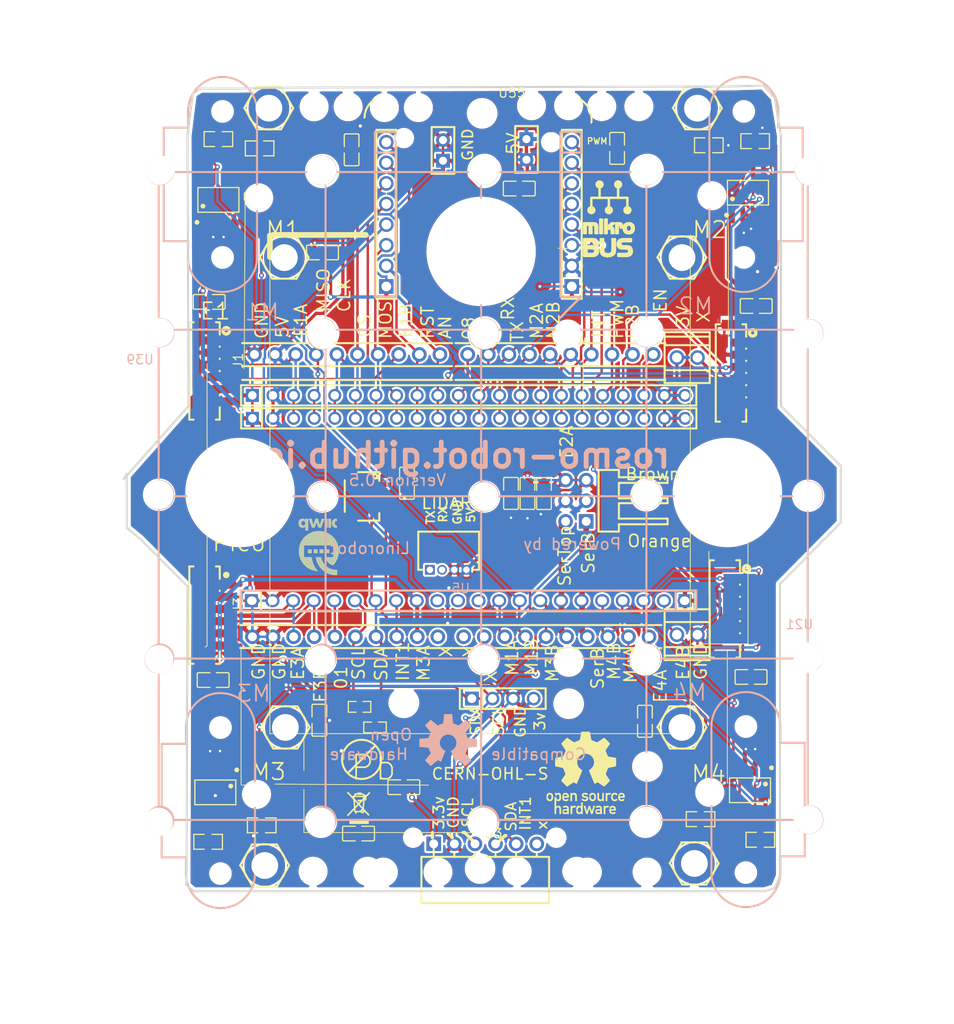
<source format=kicad_pcb>
(kicad_pcb (version 20240108) (generator "pcbnew") (generator_version "8.0")
  (layers (0 "F.Cu" signal) (31 "B.Cu" signal) (34 "B.Paste" user) (35 "F.Paste" user) (36 "B.SilkS" user "B.Silkscreen") (37 "F.SilkS" user "F.Silkscreen") (38 "B.Mask" user) (39 "F.Mask" user) (44 "Edge.Cuts" user))
  (net 0 "")
  (net 1 "01")
  (net 2 "08")
  (net 3 "3V")
  (net 4 "AN")
  (net 5 "CLK")
  (net 6 "CS")
  (net 7 "E1A")
  (net 8 "E1B")
  (net 9 "E2A")
  (net 10 "E2B")
  (net 11 "E3A")
  (net 12 "E3B")
  (net 13 "E4A")
  (net 14 "E4B")
  (net 15 "EN")
  (net 16 "GND")
  (net 17 "INT")
  (net 18 "INT1")
  (net 19 "L1")
  (net 20 "M1A")
  (net 21 "M1B")
  (net 22 "M1CA")
  (net 23 "M1CB")
  (net 24 "M2A")
  (net 25 "M2B")
  (net 26 "M2CA")
  (net 27 "M2CB")
  (net 28 "M3A")
  (net 29 "M3B")
  (net 30 "M3CA")
  (net 31 "M3CB")
  (net 32 "M4CA")
  (net 33 "M4CB")
  (net 34 "MISO")
  (net 35 "MOSI")
  (net 36 "PWM")
  (net 37 "RST")
  (net 38 "RX")
  (net 39 "S$352179")
  (net 40 "S$352450")
  (net 41 "SCL")
  (net 42 "SDA")
  (net 43 "SERB")
  (net 44 "SERT")
  (net 45 "TX")
  (footprint "easyeda:M3_STANDOFF" (layer "F.Cu") (at 81.026 67.945)
    (property "Reference" "U12" (hide yes))
    (property "Value" "M3_STANDOFF" (hide yes))
  )
  (footprint "easyeda:N20-40MM-WHEEL" (layer "F.Cu") (at 93.218 -5.334)
    (property "Reference" "U20" (hide yes))
    (property "Value" "N20-40MM-WHEEL" (hide yes))
  )
  (footprint "easyeda:C0805" (layer "F.Cu") (at 45.212 58.547 180)
    (property "Reference" "C8" (hide yes))
    (property "Value" "C49678" (hide yes))
  )
  (footprint "easyeda:CONN-TH_DB125-2.54-10P-GN" (layer "F.Cu") (at 64.008 40.005 180)
    (property "Reference" "U53" (hide yes))
    (property "Value" "CONN-TH_DB125-2.54-10P-GN" (hide yes))
  )
  (footprint "easyeda:M3_STANDOFF" (layer "F.Cu") (at 79.502 -6.731)
    (property "Reference" "U18" (hide yes))
    (property "Value" "M3_STANDOFF" (hide yes))
  )
  (footprint "AutoGenerated:Pad_1.41mm" (layer "F.Cu") (at 60.452 21.336)
    (property "Reference" "")
    (property "Value" "")
  )
  (footprint "easyeda:HDR-TH_22P-P2.54-V-F" (layer "F.Cu") (at 53.213 35.56)
    (property "Reference" "U5")
    (property "Value" "HDR-TH_22P-P2.54-V-F" (hide yes))
  )
  (footprint "easyeda:C0805" (layer "F.Cu") (at 35.179 -7.366 180)
    (property "Reference" "C11" (hide yes))
    (property "Value" "C49678" (hide yes))
  )
  (footprint "easyeda:C0805" (layer "F.Cu") (at 39.624 64.262 180)
    (property "Reference" "C9" (hide yes))
    (property "Value" "C49678" (hide yes))
  )
  (footprint "easyeda:M3_STANDOFF" (layer "F.Cu") (at 79.502 51.181)
    (property "Reference" "U26" (hide yes))
    (property "Value" "M3_STANDOFF" (hide yes))
  )
  (footprint "AutoGenerated:MountingHole_13.00mm" (layer "F.Cu") (at 54.737 -7.493)
    (property "Reference" "")
    (property "Value" "")
  )
  (footprint "easyeda:HDR-TH_8P-P2.54-V-F-1" (layer "F.Cu") (at 65.913 -12.065 90)
    (property "Reference" "H4" (hide yes))
    (property "Value" "C27438" (hide yes))
  )
  (footprint "AutoGenerated:MountingHole_2.03mm" (layer "F.Cu") (at 64.008 64.77)
    (property "Reference" "")
    (property "Value" "")
  )
  (footprint "AutoGenerated:MountingHole_3.30mm" (layer "F.Cu") (at 54.61 68.58)
    (property "Reference" "")
    (property "Value" "")
  )
  (footprint "easyeda:N20-40MM-WHEEL" (layer "F.Cu") (at 93.472 70.485)
    (property "Reference" "U21")
    (property "Value" "N20-40MM-WHEEL" (hide yes))
  )
  (footprint "easyeda:M3_STANDOFF" (layer "F.Cu") (at 30.48 -6.731)
    (property "Reference" "U19" (hide yes))
    (property "Value" "M3_STANDOFF" (hide yes))
  )
  (footprint "AutoGenerated:MountingHole_3.30mm" (layer "F.Cu") (at 65.532 43.051)
    (property "Reference" "")
    (property "Value" "")
  )
  (footprint "easyeda:RECTANGULAR_HOLE" (layer "F.Cu") (at 33.274 54.991)
    (property "Reference" "U22" (hide yes))
    (property "Value" "RECTANGULAR_HOLE" (hide yes))
  )
  (footprint "easyeda:C0805" (layer "F.Cu") (at 88.646 -0.762)
    (property "Reference" "C2" (hide yes))
    (property "Value" "C49678" (hide yes))
  )
  (footprint "easyeda:SOP-8_L5.0-W4.0-P1.27-LS6.0-BL" (layer "F.Cu") (at 87.63 -14.732)
    (property "Reference" "U6" (hide yes))
    (property "Value" "C2895059" (hide yes))
  )
  (footprint "easyeda:CONN-TH_4P-P1.50_HCTL_HC-ZH1.5-4AW" (layer "F.Cu") (at 50.673 31.75 180)
    (property "Reference" "U33" (hide yes))
    (property "Value" "C2845567" (hide yes))
  )
  (footprint "easyeda:HDR-TH_8P-P2.54-V-F-1" (layer "F.Cu") (at 43.053 -12.065 90)
    (property "Reference" "H3" (hide yes))
    (property "Value" "C27438" (hide yes))
  )
  (footprint "easyeda:RECTANGULAR_M3" (layer "F.Cu") (at 38.354 68.961)
    (property "Reference" "U32" (hide yes))
    (property "Value" "RECTANGULAR_M3" (hide yes))
  )
  (footprint "AutoGenerated:MountingHole_3.10mm" (layer "F.Cu") (at 83.185 -14.351)
    (property "Reference" "")
    (property "Value" "")
  )
  (footprint "easyeda:R0805" (layer "F.Cu") (at 81.788 62.484 180)
    (property "Reference" "R9" (hide yes))
    (property "Value" "C17414" (hide yes))
  )
  (footprint "easyeda:R0805" (layer "F.Cu") (at 82.804 -20.574)
    (property "Reference" "R11" (hide yes))
    (property "Value" "C17414" (hide yes))
  )
  (footprint "easyeda:CONN-SMD_6P-P1.50_DEALON_ZH-6PS" (layer "F.Cu") (at 21.59 37.338 -90)
    (property "Reference" "J3")
    (property "Value" "C2904998" (hide yes))
  )
  (footprint "easyeda:R0603" (layer "F.Cu") (at 41.656 51.181)
    (property "Reference" "R3" (hide yes))
    (property "Value" "C25804" (hide yes))
  )
  (footprint "easyeda:MIKROBUS_SILK" (layer "F.Cu") (at 54.356 -12.065)
    (property "Reference" "U55")
    (property "Value" "PWM")
  )
  (footprint "easyeda:RECTANGULAR_M3" (layer "F.Cu") (at 65.278 -25.4)
    (property "Reference" "U29" (hide yes))
    (property "Value" "RECTANGULAR_M3" (hide yes))
  )
  (footprint "AutoGenerated:MountingHole_13.00mm" (layer "F.Cu") (at 25.019 22.225)
    (property "Reference" "")
    (property "Value" "")
  )
  (footprint "easyeda:SOP-8_L5.0-W4.0-P1.27-LS6.0-BL" (layer "F.Cu") (at 21.971 59.182 180)
    (property "Reference" "U48" (hide yes))
    (property "Value" "C2895059" (hide yes))
  )
  (footprint "easyeda:CONN-TH_DB125-2.54-10P-GN" (layer "F.Cu") (at 64.516 5.207)
    (property "Reference" "U34")
    (property "Value" "CONN-TH_DB125-2.54-10P-GN" (hide yes))
  )
  (footprint "AutoGenerated:MountingHole_3.30mm" (layer "F.Cu") (at 65.532 48.26)
    (property "Reference" "")
    (property "Value" "")
  )
  (footprint "easyeda:M3_STANDOFF" (layer "F.Cu") (at 28.575 -25.146)
    (property "Reference" "U15" (hide yes))
    (property "Value" "M3_STANDOFF" (hide yes))
  )
  (footprint "easyeda:C0805" (layer "F.Cu") (at 62.484 22.352 -90)
    (property "Reference" "C1" (hide yes))
    (property "Value" "C440198" (hide yes))
  )
  (footprint "easyeda:CONN-SMD_6P-P1.50_DEALON_ZH-6PS" (layer "F.Cu") (at 86.487 7.493 -90)
    (property "Reference" "J2" (hide yes))
    (property "Value" "C2904998" (hide yes))
  )
  (footprint "easyeda:C0805" (layer "F.Cu") (at 45.593 21.082 90)
    (property "Reference" "C12" (hide yes))
    (property "Value" "C49678" (hide yes))
  )
  (footprint "easyeda:C0805" (layer "F.Cu") (at 34.798 50.292 -90)
    (property "Reference" "C16" (hide yes))
    (property "Value" "C49678" (hide yes))
  )
  (footprint "AutoGenerated:Pad_1.41mm" (layer "F.Cu") (at 59.817 51.943)
    (property "Reference" "")
    (property "Value" "")
  )
  (footprint "easyeda:RECTANGULAR_M3" (layer "F.Cu") (at 45.085 68.961)
    (property "Reference" "U31" (hide yes))
    (property "Value" "RECTANGULAR_M3" (hide yes))
  )
  (footprint "easyeda:R0805" (layer "F.Cu") (at 21.082 65.278)
    (property "Reference" "R7" (hide yes))
    (property "Value" "C17414" (hide yes))
  )
  (footprint "easyeda:HDR-TH_4P-P2.54-V-F" (layer "F.Cu") (at 57.404 47.625)
    (property "Reference" "U16" (hide yes))
    (property "Value" "C2718488" (hide yes))
  )
  (footprint "easyeda:HDR-TH_22P-P2.54-V-F" (layer "F.Cu") (at 53.086 35.56)
    (property "Reference" "U51" (hide yes))
    (property "Value" "C2886702" (hide yes))
  )
  (footprint "easyeda:C0805" (layer "F.Cu") (at 21.209 -1.27)
    (property "Reference" "C3" (hide yes))
    (property "Value" "C49678" (hide yes))
  )
  (footprint "easyeda:R0805" (layer "F.Cu") (at 27.432 -20.193)
    (property "Reference" "R6" (hide yes))
    (property "Value" "C17414" (hide yes))
  )
  (footprint "easyeda:C0805" (layer "F.Cu") (at 60.452 22.336 -90)
    (property "Reference" "C6" (hide yes))
    (property "Value" "C440198" (hide yes))
  )
  (footprint "easyeda:LEADFREE" (layer "F.Cu") (at 40.005 55.118)
    (property "Reference" "U2" (hide yes))
    (property "Value" "Pb")
  )
  (footprint "easyeda:CONN-TH_DG308-2.54-02P-14-00A" (layer "F.Cu") (at 80.137 5.588 180)
    (property "Reference" "U13" (hide yes))
    (property "Value" "CONN-TH_DG308-2.54-02P-14-00A" (hide yes))
  )
  (footprint "easyeda:RECTANGULAR_M3" (layer "F.Cu") (at 38.481 -25.273)
    (property "Reference" "U30" (hide yes))
    (property "Value" "RECTANGULAR_M3" (hide yes))
  )
  (footprint "easyeda:M3_STANDOFF" (layer "F.Cu") (at 30.607 51.181)
    (property "Reference" "U25" (hide yes))
    (property "Value" "M3_STANDOFF" (hide yes))
  )
  (footprint "AutoGenerated:MountingHole_3.10mm" (layer "F.Cu") (at 27.051 59.436)
    (property "Reference" "")
    (property "Value" "")
  )
  (footprint "easyeda:C0805" (layer "F.Cu") (at 58.42 22.336 -90)
    (property "Reference" "C7" (hide yes))
    (property "Value" "C49678" (hide yes))
  )
  (footprint "easyeda:WEEE_4MM" (layer "F.Cu") (at 39.624 61.087)
    (property "Reference" "LOGO1" (hide yes))
    (property "Value" "WEEE_4MM" (hide yes))
  )
  (footprint "easyeda:CONN-SMD_4P-P1.00_SM04B-SRSS-TB-LF-SN" (layer "F.Cu") (at 40.386 22.733 -90)
    (property "Reference" "J5" (hide yes))
    (property "Value" "CONN-SMD_4P-P1.00_SM04B-SRSS-TB-LF-SN" (hide yes))
  )
  (footprint "AutoGenerated:Pad_1.41mm" (layer "F.Cu") (at 58.42 21.336)
    (property "Reference" "")
    (property "Value" "")
  )
  (footprint "AutoGenerated:MountingHole_3.30mm" (layer "F.Cu") (at 45.212 48.133)
    (property "Reference" "")
    (property "Value" "")
  )
  (footprint "easyeda:R0805" (layer "F.Cu") (at 22.352 -21.336)
    (property "Reference" "R5" (hide yes))
    (property "Value" "C17414" (hide yes))
  )
  (footprint "easyeda:C0805" (layer "F.Cu") (at 38.77 -20.014 -90)
    (property "Reference" "C14" (hide yes))
    (property "Value" "C49678" (hide yes))
  )
  (footprint "easyeda:CONN-TH_DB125-2.54-10P-GN" (layer "F.Cu") (at 38.227 5.207)
    (property "Reference" "U28" (hide yes))
    (property "Value" "CONN-TH_DB125-2.54-10P-GN" (hide yes))
  )
  (footprint "easyeda:QWIIC-LOGO-MEDIUM" (layer "F.Cu") (at 34.671 28.956)
    (property "Reference" "QWIIC-LOGO-MEDIUM1" (hide yes))
    (property "Value" "QWIIC-LOGO-MEDIUM" (hide yes))
  )
  (footprint "easyeda:CONN-TH_DG308-2.54-02P-14-00A" (layer "F.Cu") (at 80.137 39.751)
    (property "Reference" "U14" (hide yes))
    (property "Value" "CONN-TH_DG308-2.54-02P-14-00A" (hide yes))
  )
  (footprint "easyeda:HDR-TH_2P-P2.54-V-F" (layer "F.Cu") (at 50.038 -19.939 90)
    (property "Reference" "P3" (hide yes))
    (property "Value" "C2897365" (hide yes))
  )
  (footprint "easyeda:R0603" (layer "F.Cu") (at 39.751 48.641)
    (property "Reference" "R12" (hide yes))
    (property "Value" "C25804" (hide yes))
  )
  (footprint "easyeda:CONN-SMD_6P-P1.50_DEALON_ZH-6PS" (layer "F.Cu") (at 21.59 7.239 -90)
    (property "Reference" "J1")
    (property "Value" "C2904998" (hide yes))
  )
  (footprint "easyeda:C0805" (layer "F.Cu") (at 74.93 50.419 -90)
    (property "Reference" "C15" (hide yes))
    (property "Value" "C49678" (hide yes))
  )
  (footprint "AutoGenerated:MountingHole_3.30mm" (layer "F.Cu") (at 65.405 2.794)
    (property "Reference" "")
    (property "Value" "")
  )
  (footprint "easyeda:N20-40MM-WHEEL" (layer "F.Cu") (at 16.51 49.784 180)
    (property "Reference" "U24" (hide yes))
    (property "Value" "N20-40MM-WHEEL" (hide yes))
  )
  (footprint "easyeda:RECTANGULAR_M3" (layer "F.Cu") (at 69.85 -25.4)
    (property "Reference" "U41" (hide yes))
    (property "Value" "RECTANGULAR_M3" (hide yes))
  )
  (footprint "easyeda:OSHW-LOGO-L" (layer "F.Cu") (at 50.673 53.086)
    (property "Reference" "LOGO5" (hide yes))
    (property "Value" "OSHW-LOGO-L" (hide yes))
  )
  (footprint "easyeda:CONN-SMD_6P-P1.50_DEALON_ZH-6PS" (layer "F.Cu") (at 85.725 36.576 -90)
    (property "Reference" "J4" (hide yes))
    (property "Value" "C2904998" (hide yes))
  )
  (footprint "easyeda:ORP ORIGINAL 5X5 - NO EXTRA" (layer "F.Cu") (at 65.278 22.225)
    (property "Reference" "20MM" (hide yes))
    (property "Value" "ORP ORIGINAL 5X5 - NO EXTRA" (hide yes))
    (fp_circle (center -30.16 -39.605) (end -28.56 -39.605) (stroke (width 0.254)) (fill none) (layer "Edge.Cuts"))
    (fp_circle (center -30.16 -19.605) (end -28.56 -19.605) (stroke (width 0.254)) (fill none) (layer "Edge.Cuts"))
    (fp_circle (center -30.099 -39.647) (end -28.499 -39.647) (stroke (width 0.254)) (fill none) (layer "Edge.Cuts"))
    (fp_circle (center -30.099 -39.647) (end -28.499 -39.647) (stroke (width 0.254)) (fill none) (layer "Edge.Cuts"))
    (fp_circle (center -30.099 -39.647) (end -28.499 -39.647) (stroke (width 0.254)) (fill none) (layer "Edge.Cuts"))
    (fp_circle (center -30.099 -19.647) (end -28.499 -19.647) (stroke (width 0.254)) (fill none) (layer "Edge.Cuts"))
    (fp_circle (center -30.099 -19.647) (end -28.499 -19.647) (stroke (width 0.254)) (fill none) (layer "Edge.Cuts"))
    (fp_circle (center -30.099 -19.647) (end -28.499 -19.647) (stroke (width 0.254)) (fill none) (layer "Edge.Cuts"))
    (fp_circle (center -10.16 -39.605) (end -8.56 -39.605) (stroke (width 0.254)) (fill none) (layer "Edge.Cuts"))
    (fp_circle (center -10.16 -19.605) (end -8.56 -19.605) (stroke (width 0.254)) (fill none) (layer "Edge.Cuts"))
    (fp_circle (center -10.099 -39.647) (end -8.499 -39.647) (stroke (width 0.254)) (fill none) (layer "Edge.Cuts"))
    (fp_circle (center -10.099 -39.647) (end -8.499 -39.647) (stroke (width 0.254)) (fill none) (layer "Edge.Cuts"))
    (fp_circle (center -10.099 -39.647) (end -8.499 -39.647) (stroke (width 0.254)) (fill none) (layer "Edge.Cuts"))
    (fp_circle (center -10.099 -19.647) (end -8.499 -19.647) (stroke (width 0.254)) (fill none) (layer "Edge.Cuts"))
    (fp_circle (center -10.099 -19.647) (end -8.499 -19.647) (stroke (width 0.254)) (fill none) (layer "Edge.Cuts"))
    (fp_circle (center -10.099 -19.647) (end -8.499 -19.647) (stroke (width 0.254)) (fill none) (layer "Edge.Cuts"))
    (fp_circle (center 9.84 -39.605) (end 11.44 -39.605) (stroke (width 0.254)) (fill none) (layer "Edge.Cuts"))
    (fp_circle (center 9.84 -19.605) (end 11.44 -19.605) (stroke (width 0.254)) (fill none) (layer "Edge.Cuts"))
    (fp_circle (center 9.901 -39.647) (end 11.501 -39.647) (stroke (width 0.254)) (fill none) (layer "Edge.Cuts"))
    (fp_circle (center 9.901 -39.647) (end 11.501 -39.647) (stroke (width 0.254)) (fill none) (layer "Edge.Cuts"))
    (fp_circle (center 9.901 -39.647) (end 11.501 -39.647) (stroke (width 0.254)) (fill none) (layer "Edge.Cuts"))
    (fp_circle (center 9.901 -19.647) (end 11.501 -19.647) (stroke (width 0.254)) (fill none) (layer "Edge.Cuts"))
    (fp_circle (center 9.901 -19.647) (end 11.501 -19.647) (stroke (width 0.254)) (fill none) (layer "Edge.Cuts"))
    (fp_circle (center 9.901 -19.647) (end 11.501 -19.647) (stroke (width 0.254)) (fill none) (layer "Edge.Cuts"))
  )
  (footprint "easyeda:HDR-TH_22P-P2.54-V-F" (layer "F.Cu") (at 53.213 13.081)
    (property "Reference" "U7" (hide yes))
    (property "Value" "C2886702" (hide yes))
  )
  (footprint "easyeda:M3_STANDOFF" (layer "F.Cu") (at 28.067 68.199)
    (property "Reference" "U11" (hide yes))
    (property "Value" "M3_STANDOFF" (hide yes))
  )
  (footprint "easyeda:C0805" (layer "F.Cu") (at 21.701 45.339)
    (property "Reference" "C4" (hide yes))
    (property "Value" "C49678" (hide yes))
  )
  (footprint "easyeda:C0805" (layer "F.Cu") (at 88.011 44.958)
    (property "Reference" "C5" (hide yes))
    (property "Value" "C49678" (hide yes))
  )
  (footprint "easyeda:RECTANGULAR_HOLE" (layer "F.Cu") (at 76.581 55.372)
    (property "Reference" "U23" (hide yes))
    (property "Value" "RECTANGULAR_HOLE" (hide yes))
  )
  (footprint "easyeda:RECTANGULAR_M3" (layer "F.Cu") (at 42.672 -25.273)
    (property "Reference" "U40" (hide yes))
    (property "Value" "RECTANGULAR_M3" (hide yes))
  )
  (footprint "AutoGenerated:MountingHole_2.03mm" (layer "F.Cu") (at 63.373 -20.955)
    (property "Reference" "")
    (property "Value" "")
  )
  (footprint "AutoGenerated:MountingHole_2.03mm" (layer "F.Cu") (at 45.212 -21.463)
    (property "Reference" "")
    (property "Value" "")
  )
  (footprint "easyeda:CONN-TH_DB125-2.54-10P-GN" (layer "F.Cu") (at 37.973 40.005 180)
    (property "Reference" "U52" (hide yes))
    (property "Value" "CONN-TH_DB125-2.54-10P-GN" (hide yes))
  )
  (footprint "AutoGenerated:Pad_1.41mm" (layer "F.Cu") (at 60.452 23.241)
    (property "Reference" "")
    (property "Value" "")
  )
  (footprint "AutoGenerated:MountingHole_2.03mm" (layer "F.Cu") (at 46.355 64.77)
    (property "Reference" "")
    (property "Value" "")
  )
  (footprint "easyeda:R0805" (layer "F.Cu") (at 88.519 -21.082)
    (property "Reference" "R2" (hide yes))
    (property "Value" "C17414" (hide yes))
  )
  (footprint "AutoGenerated:MountingHole_3.10mm" (layer "F.Cu") (at 27.305 -14.097)
    (property "Reference" "")
    (property "Value" "")
  )
  (footprint "easyeda:RECTANGULAR_M3" (layer "F.Cu") (at 63.5 68.961)
    (property "Reference" "U42" (hide yes))
    (property "Value" "RECTANGULAR_M3" (hide yes))
  )
  (footprint "easyeda:HDR-TH_22P-P2.54-V-F" (layer "F.Cu") (at 53.204 10.251)
    (property "Reference" "U50" (hide yes))
    (property "Value" "C2886702" (hide yes))
  )
  (footprint "AutoGenerated:MountingHole_3.30mm" (layer "F.Cu") (at 75.234 55.994)
    (property "Reference" "")
    (property "Value" "")
  )
  (footprint "easyeda:OPENSOURCE-LOGO-TOP" (layer "F.Cu") (at 67.437 56.134)
    (property "Reference" ".5" (hide yes))
    (property "Value" "OPENSOURCE-LOGO-TOP" (hide yes))
  )
  (footprint "AutoGenerated:MountingHole_13.00mm" (layer "F.Cu") (at 85.09 22.225)
    (property "Reference" "")
    (property "Value" "")
  )
  (footprint "easyeda:C0805" (layer "F.Cu") (at 71.501 -20.193 -90)
    (property "Reference" "C13" (hide yes))
    (property "Value" "C49678" (hide yes))
  )
  (footprint "easyeda:SOP-8_L5.0-W4.0-P1.27-LS6.0-BL" (layer "F.Cu") (at 22.352 -13.843)
    (property "Reference" "U45" (hide yes))
    (property "Value" "C2895059" (hide yes))
  )
  (footprint "easyeda:N20-40MM-WHEEL" (layer "F.Cu") (at 16.764 -26.162 180)
    (property "Reference" "U39")
    (property "Value" "N20-40MM-WHEEL" (hide yes))
  )
  (footprint "easyeda:RECTANGULAR_HOLE" (layer "F.Cu") (at 76.327 -20.701)
    (property "Reference" "U9" (hide yes))
    (property "Value" "RECTANGULAR_HOLE" (hide yes))
  )
  (footprint "easyeda:RECTANGULAR_HOLE" (layer "F.Cu") (at 33.909 -20.574)
    (property "Reference" "U8" (hide yes))
    (property "Value" "RECTANGULAR_HOLE" (hide yes))
  )
  (footprint "easyeda:HDR-TH_6P-P2.54-H-M-R2-C3-S2.54-W12.3-N" (layer "F.Cu") (at 66.421 23.241 90)
    (property "Reference" "H6" (hide yes))
    (property "Value" "C2894983" (hide yes))
  )
  (footprint "AutoGenerated:MountingHole_3.10mm" (layer "F.Cu") (at 82.931 59.182)
    (property "Reference" "")
    (property "Value" "")
  )
  (footprint "easyeda:M3_STANDOFF" (layer "F.Cu") (at 81.407 -25.146)
    (property "Reference" "U17" (hide yes))
    (property "Value" "M3_STANDOFF" (hide yes))
  )
  (footprint "easyeda:HDR-TH_6P-P2.54-H-F-W5.7" (layer "F.Cu") (at 55.245 65.532)
    (property "Reference" "U3")
    (property "Value" "HDR-TH_6P-P2.54-H-F-W5.7" (hide yes))
  )
  (footprint "easyeda:R0805" (layer "F.Cu") (at 27.686 63.246)
    (property "Reference" "R8" (hide yes))
    (property "Value" "C17414" (hide yes))
  )
  (footprint "AutoGenerated:MountingHole_3.30mm" (layer "F.Cu") (at 54.864 -24.511)
    (property "Reference" "")
    (property "Value" "")
  )
  (footprint "easyeda:RECTANGULAR_M3" (layer "F.Cu") (at 70.866 68.961)
    (property "Reference" "U43" (hide yes))
    (property "Value" "RECTANGULAR_M3" (hide yes))
  )
  (footprint "easyeda:C0805" (layer "F.Cu") (at 59.436 -15.24 180)
    (property "Reference" "C10" (hide yes))
    (property "Value" "C49678" (hide yes))
  )
  (footprint "easyeda:HDR-TH_2P-P2.54-V-F" (layer "F.Cu") (at 60.325 -20.066 -90)
    (property "Reference" "P4" (hide yes))
    (property "Value" "HDR-TH_2P-P2.54-V-F" (hide yes))
  )
  (footprint "easyeda:SOP-8_L5.0-W4.0-P1.27-LS6.0-BL" (layer "F.Cu") (at 87.884 58.928 180)
    (property "Reference" "U49" (hide yes))
    (property "Value" "C2895059" (hide yes))
  )
  (footprint "easyeda:R0805" (layer "F.Cu") (at 89.154 65.024)
    (property "Reference" "R10" (hide yes))
    (property "Value" "C17414" (hide yes))
  )
  (gr_line (start 48.26 58.293) (end 29.337 58.166) (stroke (width 0.1)) (layer "F.SilkS"))
  (gr_line (start 28.702 -9.398) (end 42.291 -9.398) (stroke (width 0.1)) (layer "F.SilkS"))
  (gr_line (start 20.955 6.35) (end 20.955 17.272) (stroke (width 0.1)) (layer "F.SilkS"))
  (gr_line (start 32.893 64.135) (end 56.261 64.135) (stroke (width 0.1)) (layer "F.SilkS"))
  (gr_line (start 28.702 36.195) (end 28.702 40.336) (stroke (width 0.1)) (layer "F.SilkS"))
  (gr_line (start 52.495 64.135) (end 52.705 64.135) (stroke (width 0.4)) (layer "F.SilkS"))
  (gr_line (start 67.31 5.207) (end 67.31 11.684) (stroke (width 0.1)) (layer "F.SilkS"))
  (gr_line (start 57.658 64.516) (end 56.769 65.405) (stroke (width 0.4)) (layer "F.SilkS"))
  (gr_line (start 28.702 -9.461) (end 28.702 -6.794) (stroke (width 0.7)) (layer "F.SilkS"))
  (gr_line (start 25.146 58.166) (end 25.146 41.275) (stroke (width 0.1)) (layer "F.SilkS"))
  (gr_line (start 64.221 -7.874) (end 66.291 -7.874) (stroke (width 0.1)) (layer "F.SilkS"))
  (gr_line (start 80.772 -9.398) (end 80.772 -6.223) (stroke (width 0.1)) (layer "F.SilkS"))
  (gr_line (start 20.955 41.148) (end 20.701 41.275) (stroke (width 0.1)) (layer "F.SilkS"))
  (gr_line (start 84.709 58.166) (end 82.677 58.166) (stroke (width 0.1)) (layer "F.SilkS"))
  (gr_line (start 29.083 -9.525) (end 40.513 -9.525) (stroke (width 0.7)) (layer "F.SilkS"))
  (gr_line (start 85.217 3.048) (end 85.217 -9.271) (stroke (width 0.1)) (layer "F.SilkS"))
  (gr_line (start 20.955 17.272) (end 20.955 40.259) (stroke (width 0.1)) (layer "F.SilkS"))
  (gr_line (start 80.518 51.943) (end 28.702 51.943) (stroke (width 0.1)) (layer "F.SilkS"))
  (gr_line (start 26.797 58.293) (end 25.146 58.293) (stroke (width 0.1)) (layer "F.SilkS"))
  (gr_line (start 32.893 58.801) (end 32.893 64.135) (stroke (width 0.1)) (layer "F.SilkS"))
  (gr_line (start 28.702 36.195) (end 28.702 -8.89) (stroke (width 0.1)) (layer "F.SilkS"))
  (gr_line (start 48.732 64.135) (end 48.732 64.77) (stroke (width 0.4)) (layer "F.SilkS"))
  (gr_line (start 25.527 -14.712) (end 25.527 -13.843) (stroke (width 0.1)) (layer "F.SilkS"))
  (gr_line (start 85.217 -9.271) (end 85.09 -14.478) (stroke (width 0.1)) (layer "F.SilkS"))
  (gr_line (start 25.654 -14.732) (end 25.527 6.985) (stroke (width 0.1)) (layer "F.SilkS"))
  (gr_line (start 50.673 64.262) (end 51.181 64.77) (stroke (width 0.4)) (layer "F.SilkS"))
  (gr_line (start 57.785 64.516) (end 57.658 64.516) (stroke (width 0.4)) (layer "F.SilkS"))
  (gr_line (start 28.702 51.943) (end 28.702 40.005) (stroke (width 0.1)) (layer "F.SilkS"))
  (gr_line (start 82.804 29.464) (end 82.804 34.671) (stroke (width 0.1)) (layer "F.SilkS"))
  (gr_line (start 80.772 -6.223) (end 80.772 -5.842) (stroke (width 0.1)) (layer "F.SilkS"))
  (gr_line (start 87.63 28.067) (end 87.63 40.894) (stroke (width 0.1)) (layer "F.SilkS"))
  (gr_line (start 20.955 40.259) (end 20.955 41.148) (stroke (width 0.1)) (layer "F.SilkS"))
  (gr_line (start 87.63 40.894) (end 81.915 40.894) (stroke (width 0.1)) (layer "F.SilkS"))
  (gr_line (start 85.09 58.039) (end 85.09 41.783) (stroke (width 0.1)) (layer "F.SilkS"))
  (gr_line (start 32.893 52.832) (end 32.893 56.515) (stroke (width 0.1)) (layer "F.SilkS"))
  (gr_line (start 52.705 64.135) (end 53.975 65.405) (stroke (width 0.4)) (layer "F.SilkS"))
  (gr_line (start 80.518 -9.525) (end 80.518 51.943) (stroke (width 0.1)) (layer "F.SilkS"))
  (gr_line (start 18.415 70.612) (end 18.542 33.782) (stroke (width 0.254)) (layer "Edge.Cuts"))
  (gr_line (start 19.304 71.374) (end 18.415 70.612) (stroke (width 0.254)) (layer "Edge.Cuts"))
  (gr_line (start 18.542 -21.971) (end 19.177 -26.797) (stroke (width 0.254)) (layer "Edge.Cuts"))
  (gr_line (start 91.567 33.528) (end 91.567 69.469) (stroke (width 0.254)) (layer "Edge.Cuts"))
  (gr_line (start 26.67 71.374) (end 19.304 71.374) (stroke (width 0.254)) (layer "Edge.Cuts"))
  (gr_line (start 90.932 70.993) (end 89.662 71.374) (stroke (width 0.254)) (layer "Edge.Cuts"))
  (gr_line (start 22.098 -27.559) (end 24.892 -27.559) (stroke (width 0.254)) (layer "Edge.Cuts"))
  (gr_line (start 18.542 -17.526) (end 18.542 -21.717) (stroke (width 0.254)) (layer "Edge.Cuts"))
  (gr_line (start 10.668 20.574) (end 18.669 11.557) (stroke (width 0.254)) (layer "Edge.Cuts"))
  (gr_line (start 11.049 20.32) (end 11.049 19.939) (stroke (width 0.254)) (layer "Edge.Cuts"))
  (gr_line (start 18.542 -21.717) (end 19.177 -26.924) (stroke (width 0.254)) (layer "Edge.Cuts"))
  (gr_line (start 99.07 25.933) (end 91.567 33.528) (stroke (width 0.254)) (layer "Edge.Cuts"))
  (gr_line (start 11.049 26.67) (end 11.049 25.273) (stroke (width 0.254)) (layer "Edge.Cuts"))
  (gr_line (start 19.177 -26.924) (end 20.193 -27.559) (stroke (width 0.254)) (layer "Edge.Cuts"))
  (gr_line (start 90.932 -26.416) (end 91.694 -21.717) (stroke (width 0.254)) (layer "Edge.Cuts"))
  (gr_line (start 24.892 -27.559) (end 30.988 -27.686) (stroke (width 0.254)) (layer "Edge.Cuts"))
  (gr_line (start 30.988 -27.686) (end 81.661 -27.813) (stroke (width 0.254)) (layer "Edge.Cuts"))
  (gr_line (start 85.217 -27.813) (end 89.535 -27.94) (stroke (width 0.254)) (layer "Edge.Cuts"))
  (gr_line (start 84.963 71.374) (end 26.67 71.374) (stroke (width 0.254)) (layer "Edge.Cuts"))
  (gr_line (start 91.694 -21.717) (end 91.694 11.557) (stroke (width 0.254)) (layer "Edge.Cuts"))
  (gr_line (start 18.669 11.557) (end 18.542 -21.971) (stroke (width 0.254)) (layer "Edge.Cuts"))
  (gr_line (start 20.193 -27.559) (end 22.098 -27.559) (stroke (width 0.254)) (layer "Edge.Cuts"))
  (gr_line (start 91.694 11.557) (end 99.07 18.933) (stroke (width 0.254)) (layer "Edge.Cuts"))
  (gr_line (start 11.049 19.939) (end 10.668 20.574) (stroke (width 0.254)) (layer "Edge.Cuts"))
  (gr_line (start 18.542 33.782) (end 12.7 27.94) (stroke (width 0.254)) (layer "Edge.Cuts"))
  (gr_line (start 91.567 69.469) (end 90.932 70.993) (stroke (width 0.254)) (layer "Edge.Cuts"))
  (gr_line (start 12.7 27.94) (end 11.176 26.67) (stroke (width 0.254)) (layer "Edge.Cuts"))
  (gr_line (start 99.07 18.933) (end 99.07 25.933) (stroke (width 0.254)) (layer "Edge.Cuts"))
  (gr_line (start 11.049 25.273) (end 11.049 20.32) (stroke (width 0.254)) (layer "Edge.Cuts"))
  (gr_line (start 81.661 -27.813) (end 85.217 -27.813) (stroke (width 0.254)) (layer "Edge.Cuts"))
  (gr_line (start 89.535 -27.94) (end 90.932 -26.416) (stroke (width 0.254)) (layer "Edge.Cuts"))
  (gr_line (start 89.662 71.374) (end 84.963 71.374) (stroke (width 0.254)) (layer "Edge.Cuts"))
  (gr_text "Compatible" (at 67.818 54.483 0) (layer "B.SilkS") (effects (font (size 1.4 1.4) (thickness 0.2)) (justify left mirror)))
  (gr_text "Powered by" (at 72.136 28.575 0) (layer "B.SilkS") (effects (font (size 1.4 1.4) (thickness 0.2)) (justify left mirror)))
  (gr_text "M4" (at 82.677 46.863 0) (layer "B.SilkS") (effects (font (size 2.032 2.032) (thickness 0.203)) (justify left mirror)))
  (gr_text "rosmo-robot.github.io" (at 78.359 17.653 0) (layer "B.SilkS") (effects (font (size 3 3) (thickness 0.6)) (justify left mirror)))
  (gr_text "M1" (at 29.972 0 0) (layer "B.SilkS") (effects (font (size 2.032 2.032) (thickness 0.203)) (justify left mirror)))
  (gr_text "Version 0.5" (at 50.546 20.701 0) (layer "B.SilkS") (effects (font (size 1.4 1.4) (thickness 0.2)) (justify left mirror)))
  (gr_text "Open" (at 46.355 52.07 0) (layer "B.SilkS") (effects (font (size 1.4 1.4) (thickness 0.2)) (justify left mirror)))
  (gr_text "M3" (at 28.956 46.99 0) (layer "B.SilkS") (effects (font (size 2.032 2.032) (thickness 0.203)) (justify left mirror)))
  (gr_text "Hardware" (at 45.847 54.483 0) (layer "B.SilkS") (effects (font (size 1.4 1.4) (thickness 0.2)) (justify left mirror)))
  (gr_text "M2" (at 83.439 -0.762 0) (layer "B.SilkS") (effects (font (size 2.032 2.032) (thickness 0.203)) (justify left mirror)))
  (gr_text "Linorobot" (at 46.101 29.083 0) (layer "B.SilkS") (effects (font (size 1.4 1.4) (thickness 0.2)) (justify left mirror)))
  (gr_text "X" (at 53.34 42.672 90) (layer "F.SilkS") (effects (font (size 1.5 1.5) (thickness 0.203)) (justify left)))
  (gr_text "x" (at 62.23 63.881 90) (layer "F.SilkS") (effects (font (size 1.3 1.3) (thickness 0.2)) (justify left)))
  (gr_text "GND" (at 53.086 -18.542 90) (layer "F.SilkS") (effects (font (size 1.3 1.3) (thickness 0.203)) (justify left)))
  (gr_text "E3B" (at 34.925 48.26 90) (layer "F.SilkS") (effects (font (size 1.5 1.5) (thickness 0.203)) (justify left)))
  (gr_text "5V" (at 30.226 3.302 90) (layer "F.SilkS") (effects (font (size 1.5 1.5) (thickness 0.203)) (justify left)))
  (gr_text "E4A" (at 76.827 48.268 90) (layer "F.SilkS") (effects (font (size 1.5 1.5) (thickness 0.203)) (justify left)))
  (gr_text "PWM" (at 71.501 3.429 90) (layer "F.SilkS") (effects (font (size 1.5 1.5) (thickness 0.203)) (justify left)))
  (gr_text "GND" (at 51.308 63.754 90) (layer "F.SilkS") (effects (font (size 1.3 1.3) (thickness 0.203)) (justify left)))
  (gr_text "SDA" (at 86.487 24.765 90) (layer "F.SilkS") (effects (font (size 2.032 2.032) (thickness 0.203)) (justify left)))
  (gr_text "SerB" (at 67.945 32.385 90) (layer "F.SilkS") (effects (font (size 1.5 1.5) (thickness 0.203)) (justify left)))
  (gr_text "GND" (at 29.845 45.466 90) (layer "F.SilkS") (effects (font (size 1.5 1.5) (thickness 0.203)) (justify left)))
  (gr_text "RX" (at 50.038 26.035 90) (layer "F.SilkS") (effects (font (size 1 1) (thickness 0.203)) (justify left)))
  (gr_text "SDA" (at 87.503 23.876 90) (layer "F.SilkS") (effects (font (size 2.032 2.032) (thickness 0.203)) (justify left)))
  (gr_text "SCL" (at 39.624 45.466 90) (layer "F.SilkS") (effects (font (size 1.5 1.5) (thickness 0.203)) (justify left)))
  (gr_text "5V" (at 53.467 26.035 90) (layer "F.SilkS") (effects (font (size 1 1) (thickness 0.203)) (justify left)))
  (gr_text "M1B" (at 60.96 44.958 90) (layer "F.SilkS") (effects (font (size 1.5 1.5) (thickness 0.203)) (justify left)))
  (gr_text "Brown" (at 72.39 19.939 0) (layer "F.SilkS") (effects (font (size 1.5 1.5) (thickness 0.203)) (justify left)))
  (gr_text "5V" (at 58.674 -19.304 90) (layer "F.SilkS") (effects (font (size 1.5 1.5) (thickness 0.203)) (justify left)))
  (gr_text "CERN-OHL-S" (at 48.514 56.896 0) (layer "F.SilkS") (effects (font (size 1.4 1.4) (thickness 0.2)) (justify left)))
  (gr_text "M4A" (at 73.152 45.847 90) (layer "F.SilkS") (effects (font (size 1.5 1.5) (thickness 0.203)) (justify left)))
  (gr_text "EN" (at 76.835 0.127 90) (layer "F.SilkS") (effects (font (size 1.5 1.5) (thickness 0.203)) (justify left)))
  (gr_text "RX" (at 58.039 1.143 90) (layer "F.SilkS") (effects (font (size 1.5 1.5) (thickness 0.203)) (justify left)))
  (gr_text "SDA" (at 58.42 64.135 90) (layer "F.SilkS") (effects (font (size 1.3 1.3) (thickness 0.203)) (justify left)))
  (gr_text "GND" (at 59.563 52.578 90) (layer "F.SilkS") (effects (font (size 1.3 1.3) (thickness 0.203)) (justify left)))
  (gr_text "GND" (at 81.788 45.466 90) (layer "F.SilkS") (effects (font (size 1.5 1.5) (thickness 0.203)) (justify left)))
  (gr_text "M3A" (at 47.625 45.593 90) (layer "F.SilkS") (effects (font (size 1.5 1.5) (thickness 0.203)) (justify left)))
  (gr_text "M4" (at 80.518 56.896 0) (layer "F.SilkS") (effects (font (size 2.032 2.032) (thickness 0.203)) (justify left)))
  (gr_text "E1" (at 19.939 -0.127 0) (layer "F.SilkS") (effects (font (size 2.032 2.032) (thickness 0.203)) (justify left)))
  (gr_text "E3A" (at 32.131 45.466 90) (layer "F.SilkS") (effects (font (size 1.5 1.5) (thickness 0.203)) (justify left)))
  (gr_text "M3" (at 26.289 56.642 0) (layer "F.SilkS") (effects (font (size 2.032 2.032) (thickness 0.203)) (justify left)))
  (gr_text "GND" (at 27.305 45.466 90) (layer "F.SilkS") (effects (font (size 1.5 1.5) (thickness 0.203)) (justify left)))
  (gr_text "3V" (at 79.629 2.032 90) (layer "F.SilkS") (effects (font (size 1.5 1.5) (thickness 0.203)) (justify left)))
  (gr_text "E1A" (at 32.512 3.175 90) (layer "F.SilkS") (effects (font (size 1.5 1.5) (thickness 0.203)) (justify left)))
  (gr_text "CLK" (at 37.846 0.127 90) (layer "F.SilkS") (effects (font (size 1.5 1.5) (thickness 0.203)) (justify left)))
  (gr_text "AN" (at 50.292 3.429 90) (layer "F.SilkS") (effects (font (size 1.5 1.5) (thickness 0.203)) (justify left)))
  (gr_text "X" (at 50.419 42.672 90) (layer "F.SilkS") (effects (font (size 1.5 1.5) (thickness 0.203)) (justify left)))
  (gr_text "SDA" (at 42.418 45.593 90) (layer "F.SilkS") (effects (font (size 1.5 1.5) (thickness 0.203)) (justify left)))
  (gr_text "CS" (at 40.386 3.302 90) (layer "F.SilkS") (effects (font (size 1.5 1.5) (thickness 0.203)) (justify left)))
  (gr_text "X" (at 55.922 45.72 90) (layer "F.SilkS") (effects (font (size 1.5 1.5) (thickness 0.203)) (justify left)))
  (gr_text "E2A" (at 65.278 18.161 90) (layer "F.SilkS") (effects (font (size 1.5 1.5) (thickness 0.203)) (justify left)))
  (gr_text "08" (at 53.213 3.556 90) (layer "F.SilkS") (effects (font (size 1.5 1.5) (thickness 0.203)) (justify left)))
  (gr_text "MOSI" (at 42.926 3.429 90) (layer "F.SilkS") (effects (font (size 1.5 1.5) (thickness 0.203)) (justify left)))
  (gr_text "INT1" (at 45.085 45.593 90) (layer "F.SilkS") (effects (font (size 1.5 1.5) (thickness 0.203)) (justify left)))
  (gr_text "SerB" (at 69.088 46.609 90) (layer "F.SilkS") (effects (font (size 1.5 1.5) (thickness 0.203)) (justify left)))
  (gr_text "3.3v" (at 49.53 63.881 90) (layer "F.SilkS") (effects (font (size 1.3 1.3) (thickness 0.203)) (justify left)))
  (gr_text "SDA" (at 54.102 52.324 90) (layer "F.SilkS") (effects (font (size 1.3 1.3) (thickness 0.203)) (justify left)))
  (gr_text "LIDAR" (at 47.244 23.495 0) (layer "F.SilkS") (effects (font (size 1.5 1.5) (thickness 0.203)) (justify left)))
  (gr_text "TX" (at 59.182 3.81 90) (layer "F.SilkS") (effects (font (size 1.5 1.5) (thickness 0.203)) (justify left)))
  (gr_text "X" (at 82.161 1.405 90) (layer "F.SilkS") (effects (font (size 1.5 1.5) (thickness 0.203)) (justify left)))
  (gr_text "M1A" (at 58.547 44.958 90) (layer "F.SilkS") (effects (font (size 1.5 1.5) (thickness 0.203)) (justify left)))
  (gr_text "E1B" (at 45.466 3.302 90) (layer "F.SilkS") (effects (font (size 1.5 1.5) (thickness 0.203)) (justify left)))
  (gr_text "Pico" (at 21.463 28.448 0) (layer "F.SilkS") (effects (font (size 2.032 2.032) (thickness 0.203)) (justify left)))
  (gr_text "SCL" (at 53.086 63.627 90) (layer "F.SilkS") (effects (font (size 1.3 1.3) (thickness 0.203)) (justify left)))
  (gr_text "RST" (at 48.133 3.429 90) (layer "F.SilkS") (effects (font (size 1.5 1.5) (thickness 0.203)) (justify left)))
  (gr_text "3v" (at 61.976 51.689 90) (layer "F.SilkS") (effects (font (size 1.3 1.3) (thickness 0.203)) (justify left)))
  (gr_text "M3B" (at 63.5 45.72 90) (layer "F.SilkS") (effects (font (size 1.5 1.5) (thickness 0.203)) (justify left)))
  (gr_text "INT1" (at 60.198 64.008 90) (layer "F.SilkS") (effects (font (size 1.3 1.3) (thickness 0.2)) (justify left)))
  (gr_text "SerTop" (at 65.024 33.909 90) (layer "F.SilkS") (effects (font (size 1.5 1.5) (thickness 0.203)) (justify left)))
  (gr_text "Orange" (at 72.644 28.194 0) (layer "F.SilkS") (effects (font (size 1.5 1.5) (thickness 0.203)) (justify left)))
  (gr_text "M2" (at 80.645 -10.16 0) (layer "F.SilkS") (effects (font (size 2.032 2.032) (thickness 0.203)) (justify left)))
  (gr_text "GND" (at 27.686 3.429 90) (layer "F.SilkS") (effects (font (size 1.5 1.5) (thickness 0.203)) (justify left)))
  (gr_text "MISO" (at 35.306 0.127 90) (layer "F.SilkS") (effects (font (size 1.5 1.5) (thickness 0.203)) (justify left)))
  (gr_text "E4B" (at 79.629 45.466 90) (layer "F.SilkS") (effects (font (size 1.5 1.5) (thickness 0.203)) (justify left)))
  (gr_text "M4B" (at 71.12 45.466 90) (layer "F.SilkS") (effects (font (size 1.5 1.5) (thickness 0.203)) (justify left)))
  (gr_text "01" (at 37.465 46.609 90) (layer "F.SilkS") (effects (font (size 1.5 1.5) (thickness 0.203)) (justify left)))
  (gr_text "TX" (at 48.514 26.289 90) (layer "F.SilkS") (effects (font (size 1 1) (thickness 0.203)) (justify left)))
  (gr_text "M1" (at 28.067 -10.16 0) (layer "F.SilkS") (effects (font (size 2.032 2.032) (thickness 0.203)) (justify left)))
  (gr_text "INT" (at 69.215 3.302 90) (layer "F.SilkS") (effects (font (size 1.5 1.5) (thickness 0.203)) (justify left)))
  (gr_text "M2B" (at 63.627 3.429 90) (layer "F.SilkS") (effects (font (size 1.5 1.5) (thickness 0.203)) (justify left)))
  (gr_text "M2A" (at 61.595 3.429 90) (layer "F.SilkS") (effects (font (size 1.5 1.5) (thickness 0.203)) (justify left)))
  (gr_text "GND" (at 51.816 26.289 90) (layer "F.SilkS") (effects (font (size 1 1) (thickness 0.203)) (justify left)))
  (gr_text "SCL" (at 56.896 52.324 90) (layer "F.SilkS") (effects (font (size 1.3 1.3) (thickness 0.203)) (justify left)))
  (gr_text "E2B" (at 73.406 3.429 90) (layer "F.SilkS") (effects (font (size 1.5 1.5) (thickness 0.203)) (justify left)))
  (segment (start 36.703 35.56) (end 36.703 40.005) (width 0.3) (layer "F.Cu") (net 1))
  (segment (start 36.703 35.56) (end 36.576 35.56) (width 0.3) (layer "B.Cu") (net 1))
  (segment (start 51.934 10.251) (end 53.086 9.099) (width 0.3) (layer "F.Cu") (net 2))
  (segment (start 51.943 13.081) (end 51.934 13.072) (width 0.3) (layer "F.Cu") (net 2))
  (segment (start 51.934 13.072) (end 51.934 10.251) (width 0.3) (layer "F.Cu") (net 2))
  (segment (start 53.086 9.099) (end 53.086 5.207) (width 0.3) (layer "F.Cu") (net 2))
  (segment (start 78.867 8.718) (end 77.334 10.251) (width 0.4) (layer "F.Cu") (net 3))
  (segment (start 45.593 22.082) (end 46.668 22.082) (width 0.4) (layer "F.Cu") (net 3))
  (segment (start 18.018 17.312) (end 18.018 30.341) (width 0.4) (layer "F.Cu") (net 3))
  (segment (start 40.504 48.641) (end 40.504 49.473) (width 0.4) (layer "F.Cu") (net 3))
  (segment (start 40.504 49.473) (end 40.903 49.872) (width 0.4) (layer "F.Cu") (net 3))
  (segment (start 29.71 9.04) (end 25.365 9.04) (width 0.4) (layer "F.Cu") (net 3))
  (segment (start 30.344 13.514) (end 30.344 9.673) (width 0.4) (layer "F.Cu") (net 3))
  (segment (start 20.665 31.438) (end 25.062 31.438) (width 0.4) (layer "F.Cu") (net 3))
  (segment (start 41.149 22.233) (end 41.149 20.579) (width 0.4) (layer "F.Cu") (net 3))
  (segment (start 19.715 31.438) (end 19.715 39.188) (width 0.4) (layer "F.Cu") (net 3))
  (segment (start 46.212 58.547) (end 46.212 59.622) (width 0.4) (layer "F.Cu") (net 3))
  (segment (start 46.668 19.21) (end 46.668 22.082) (width 0.4) (layer "F.Cu") (net 3))
  (segment (start 18.018 30.341) (end 19.115 31.438) (width 0.4) (layer "F.Cu") (net 3))
  (segment (start 19.715 39.188) (end 20.115 39.588) (width 0.4) (layer "F.Cu") (net 3))
  (segment (start 21.315 9.489) (end 20.115 9.489) (width 0.4) (layer "F.Cu") (net 3))
  (segment (start 42.324 22.233) (end 41.149 22.233) (width 0.4) (layer "F.Cu") (net 3))
  (segment (start 20.19 31.438) (end 20.665 31.438) (width 0.4) (layer "F.Cu") (net 3))
  (segment (start 42.886 18.842) (end 46.301 18.842) (width 0.4) (layer "F.Cu") (net 3))
  (segment (start 78.867 5.588) (end 78.867 8.718) (width 0.4) (layer "F.Cu") (net 3))
  (segment (start 21.315 9.489) (end 22.515 9.489) (width 0.4) (layer "F.Cu") (net 3))
  (segment (start 46.212 56.49) (end 40.903 51.181) (width 0.4) (layer "F.Cu") (net 3))
  (segment (start 77.343 10.26) (end 77.343 13.081) (width 0.4) (layer "F.Cu") (net 3))
  (segment (start 50.664 14.479) (end 50.664 7.753) (width 0.4) (layer "F.Cu") (net 3))
  (segment (start 25.365 9.04) (end 24.915 9.489) (width 0.4) (layer "F.Cu") (net 3))
  (segment (start 84.25 38.826) (end 84.25 36.468) (width 0.4) (layer "F.Cu") (net 3))
  (segment (start 46.212 59.622) (end 46.212 59.802) (width 0.4) (layer "F.Cu") (net 3))
  (segment (start 46.212 56.49) (end 51.349 56.49) (width 0.4) (layer "F.Cu") (net 3))
  (segment (start 35.696 14.933) (end 31.764 14.933) (width 0.4) (layer "F.Cu") (net 3))
  (segment (start 84.25 36.468) (end 77.343 29.561) (width 0.4) (layer "F.Cu") (net 3))
  (segment (start 41.245 20.483) (end 42.886 18.842) (width 0.4) (layer "F.Cu") (net 3))
  (segment (start 86.65 38.826) (end 84.4 38.826) (width 0.4) (layer "F.Cu") (net 3))
  (segment (start 84.4 38.826) (end 84.25 38.826) (width 0.4) (layer "F.Cu") (net 3))
  (segment (start 46.212 58.547) (end 46.212 56.49) (width 0.4) (layer "F.Cu") (net 3))
  (segment (start 46.301 18.842) (end 46.668 19.21) (width 0.4) (layer "F.Cu") (net 3))
  (segment (start 46.301 18.842) (end 50.664 14.479) (width 0.4) (layer "F.Cu") (net 3))
  (segment (start 25.062 31.438) (end 26.244 32.62) (width 0.4) (layer "F.Cu") (net 3))
  (segment (start 41.149 20.579) (end 41.245 20.483) (width 0.4) (layer "F.Cu") (net 3))
  (segment (start 36.179 -7.366) (end 36.179 -1.875) (width 0.4) (layer "F.Cu") (net 3))
  (segment (start 40.903 49.872) (end 40.903 51.181) (width 0.4) (layer "F.Cu") (net 3))
  (segment (start 19.115 16.215) (end 18.018 17.312) (width 0.4) (layer "F.Cu") (net 3))
  (segment (start 41.245 20.483) (end 35.696 14.933) (width 0.4) (layer "F.Cu") (net 3))
  (segment (start 36.927 49.473) (end 40.504 49.473) (width 0.4) (layer "F.Cu") (net 3))
  (segment (start 22.515 39.588) (end 20.115 39.588) (width 0.4) (layer "F.Cu") (net 3))
  (segment (start 20.19 31.438) (end 19.715 31.438) (width 0.4) (layer "F.Cu") (net 3))
  (segment (start 19.115 10.489) (end 19.115 16.215) (width 0.4) (layer "F.Cu") (net 3))
  (segment (start 77.343 29.561) (end 77.343 13.081) (width 0.4) (layer "F.Cu") (net 3))
  (segment (start 31.764 14.933) (end 30.344 13.514) (width 0.4) (layer "F.Cu") (net 3))
  (segment (start 22.515 9.489) (end 24.915 9.489) (width 0.4) (layer "F.Cu") (net 3))
  (segment (start 85.012 9.743) (end 85.012 9.193) (width 0.4) (layer "F.Cu") (net 3))
  (segment (start 87.412 9.743) (end 85.012 9.743) (width 0.4) (layer "F.Cu") (net 3))
  (segment (start 30.344 9.673) (end 29.71 9.04) (width 0.4) (layer "F.Cu") (net 3))
  (segment (start 30.343 42.889) (end 36.927 49.473) (width 0.4) (layer "F.Cu") (net 3))
  (segment (start 85.012 9.193) (end 81.407 5.588) (width 0.4) (layer "F.Cu") (net 3))
  (segment (start 26.244 32.62) (end 26.244 33.983) (width 0.4) (layer "F.Cu") (net 3))
  (segment (start 77.334 10.251) (end 77.343 10.26) (width 0.4) (layer "F.Cu") (net 3))
  (segment (start 19.715 31.438) (end 19.115 31.438) (width 0.4) (layer "F.Cu") (net 3))
  (segment (start 51.349 56.49) (end 52.151 55.689) (width 0.4) (layer "F.Cu") (net 3))
  (segment (start 20.115 9.489) (end 19.115 10.489) (width 0.4) (layer "F.Cu") (net 3))
  (via (at 46.212 59.802) (size 0.73) (drill 0.4) (layers "F.Cu" "B.Cu") (net 3))
  (via (at 50.664 7.753) (size 0.73) (drill 0.4) (layers "F.Cu" "B.Cu") (net 3))
  (via (at 36.179 -1.875) (size 0.73) (drill 0.4) (layers "F.Cu" "B.Cu") (net 3))
  (via (at 30.343 42.889) (size 0.73) (drill 0.4) (layers "F.Cu" "B.Cu") (net 3))
  (via (at 26.244 33.983) (size 0.73) (drill 0.4) (layers "F.Cu" "B.Cu") (net 3))
  (via (at 52.151 55.689) (size 0.73) (drill 0.4) (layers "F.Cu" "B.Cu") (net 3))
  (segment (start 27.581 42.889) (end 30.343 42.889) (width 0.4) (layer "B.Cu") (net 3))
  (segment (start 48.895 62.485) (end 46.212 59.802) (width 0.4) (layer "B.Cu") (net 3))
  (segment (start 25.151 34.654) (end 25.151 40.459) (width 0.4) (layer "B.Cu") (net 3))
  (segment (start 48.895 64.232) (end 48.895 62.485) (width 0.4) (layer "B.Cu") (net 3))
  (segment (start 26.244 33.983) (end 25.822 33.983) (width 0.4) (layer "B.Cu") (net 3))
  (segment (start 79.874 10.251) (end 77.334 10.251) (width 0.4) (layer "B.Cu") (net 3))
  (segment (start 52.196 6.222) (end 54.894 8.92) (width 0.4) (layer "B.Cu") (net 3))
  (segment (start 25.151 40.459) (end 27.581 42.889) (width 0.4) (layer "B.Cu") (net 3))
  (segment (start 54.894 8.92) (end 76.004 8.92) (width 0.4) (layer "B.Cu") (net 3))
  (segment (start 78.867 5.588) (end 81.407 5.588) (width 0.4) (layer "B.Cu") (net 3))
  (segment (start 79.883 13.081) (end 77.343 13.081) (width 0.4) (layer "B.Cu") (net 3))
  (segment (start 51.587 5.135) (end 51.587 5.613) (width 0.4) (layer "B.Cu") (net 3))
  (segment (start 52.196 6.222) (end 50.664 7.753) (width 0.4) (layer "B.Cu") (net 3))
  (segment (start 44.353 -1.875) (end 44.577 -1.875) (width 0.4) (layer "B.Cu") (net 3))
  (segment (start 25.822 33.983) (end 25.151 34.654) (width 0.4) (layer "B.Cu") (net 3))
  (segment (start 51.587 5.613) (end 52.196 6.222) (width 0.4) (layer "B.Cu") (net 3))
  (segment (start 76.004 8.92) (end 77.334 10.251) (width 0.4) (layer "B.Cu") (net 3))
  (segment (start 61.214 47.625) (end 53.15 55.689) (width 0.4) (layer "B.Cu") (net 3))
  (segment (start 48.895 65.532) (end 48.895 64.232) (width 0.4) (layer "B.Cu") (net 3))
  (segment (start 53.15 55.689) (end 52.151 55.689) (width 0.4) (layer "B.Cu") (net 3))
  (segment (start 36.179 -1.875) (end 44.353 -1.875) (width 0.4) (layer "B.Cu") (net 3))
  (segment (start 44.353 -4.415) (end 44.353 -1.875) (width 0.4) (layer "B.Cu") (net 3))
  (segment (start 44.577 -1.875) (end 51.587 5.135) (width 0.4) (layer "B.Cu") (net 3))
  (segment (start 43.053 -5.715) (end 44.353 -4.415) (width 0.4) (layer "B.Cu") (net 3))
  (segment (start 49.403 13.081) (end 49.394 13.072) (width 0.3) (layer "F.Cu") (net 4))
  (segment (start 49.394 13.072) (end 49.394 10.251) (width 0.3) (layer "F.Cu") (net 4))
  (segment (start 49.394 5.47) (end 49.657 5.207) (width 0.3) (layer "F.Cu") (net 4))
  (segment (start 45.851 -18.157) (end 45.851 1.401) (width 0.3) (layer "F.Cu") (net 4))
  (segment (start 43.053 -20.955) (end 45.851 -18.157) (width 0.3) (layer "F.Cu") (net 4))
  (segment (start 45.851 1.401) (end 49.657 5.207) (width 0.3) (layer "F.Cu") (net 4))
  (segment (start 49.394 10.251) (end 49.394 5.47) (width 0.3) (layer "F.Cu") (net 4))
  (segment (start 38.225 6.475) (end 36.957 5.207) (width 0.3) (layer "F.Cu") (net 5))
  (segment (start 36.703 13.081) (end 36.694 13.072) (width 0.3) (layer "F.Cu") (net 5))
  (segment (start 43.053 -13.335) (end 40.767 -11.049) (width 0.3) (layer "F.Cu") (net 5))
  (segment (start 40.767 5.736) (end 40.028 6.475) (width 0.3) (layer "F.Cu") (net 5))
  (segment (start 40.767 -11.049) (end 40.767 5.736) (width 0.3) (layer "F.Cu") (net 5))
  (segment (start 40.028 6.475) (end 38.225 6.475) (width 0.3) (layer "F.Cu") (net 5))
  (segment (start 36.694 13.072) (end 36.694 10.251) (width 0.3) (layer "F.Cu") (net 5))
  (segment (start 36.957 9.988) (end 36.957 5.207) (width 0.3) (layer "B.Cu") (net 5))
  (segment (start 36.694 10.251) (end 36.957 9.988) (width 0.3) (layer "B.Cu") (net 5))
  (segment (start 39.497 -12.319) (end 39.497 5.207) (width 0.3) (layer "F.Cu") (net 6))
  (segment (start 39.243 13.081) (end 39.234 13.072) (width 0.3) (layer "F.Cu") (net 6))
  (segment (start 43.053 -15.875) (end 39.497 -12.319) (width 0.3) (layer "F.Cu") (net 6))
  (segment (start 39.234 13.072) (end 39.234 10.251) (width 0.3) (layer "F.Cu") (net 6))
  (segment (start 39.497 9.988) (end 39.497 5.207) (width 0.3) (layer "B.Cu") (net 6))
  (segment (start 39.234 10.251) (end 39.497 9.988) (width 0.3) (layer "B.Cu") (net 6))
  (segment (start 31.623 13.081) (end 31.614 13.072) (width 0.3) (layer "F.Cu") (net 7))
  (segment (start 30.595 6.489) (end 31.877 5.207) (width 0.3) (layer "F.Cu") (net 7))
  (segment (start 22.515 6.489) (end 30.595 6.489) (width 0.3) (layer "F.Cu") (net 7))
  (segment (start 31.614 13.072) (end 31.614 10.251) (width 0.3) (layer "F.Cu") (net 7))
  (segment (start 31.877 9.988) (end 31.877 5.207) (width 0.3) (layer "B.Cu") (net 7))
  (segment (start 31.614 10.251) (end 31.877 9.988) (width 0.3) (layer "B.Cu") (net 7))
  (segment (start 25.083 8.246) (end 41.538 8.246) (width 0.3) (layer "F.Cu") (net 8))
  (segment (start 44.323 13.081) (end 44.314 13.072) (width 0.3) (layer "F.Cu") (net 8))
  (segment (start 44.314 13.072) (end 44.314 10.251) (width 0.3) (layer "F.Cu") (net 8))
  (segment (start 22.515 7.989) (end 24.825 7.989) (width 0.3) (layer "F.Cu") (net 8))
  (segment (start 24.825 7.989) (end 25.083 8.246) (width 0.3) (layer "F.Cu") (net 8))
  (segment (start 41.538 8.246) (end 41.924 7.86) (width 0.3) (layer "F.Cu") (net 8))
  (segment (start 44.314 10.251) (end 41.924 7.86) (width 0.3) (layer "F.Cu") (net 8))
  (segment (start 41.924 7.86) (end 44.577 5.207) (width 0.3) (layer "F.Cu") (net 8))
  (segment (start 85.001 6.743) (end 84.905 6.838) (width 0.3) (layer "F.Cu") (net 9))
  (segment (start 85.102 6.743) (end 85.001 6.743) (width 0.3) (layer "F.Cu") (net 9))
  (segment (start 64.634 10.251) (end 64.634 6.359) (width 0.3) (layer "F.Cu") (net 9))
  (segment (start 64.643 13.081) (end 64.634 13.072) (width 0.3) (layer "F.Cu") (net 9))
  (segment (start 64.634 6.359) (end 65.786 5.207) (width 0.3) (layer "F.Cu") (net 9))
  (segment (start 64.634 13.072) (end 64.634 10.251) (width 0.3) (layer "F.Cu") (net 9))
  (segment (start 87.412 6.743) (end 85.102 6.743) (width 0.3) (layer "F.Cu") (net 9))
  (via (at 84.905 6.838) (size 0.61) (drill 0.305) (layers "F.Cu" "B.Cu") (net 9))
  (segment (start 65.786 5.207) (end 67.417 6.838) (width 0.3) (layer "B.Cu") (net 9))
  (segment (start 67.417 6.838) (end 84.905 6.838) (width 0.3) (layer "B.Cu") (net 9))
  (segment (start 72.254 13.072) (end 72.254 10.251) (width 0.3) (layer "F.Cu") (net 10))
  (segment (start 72.974 1.51) (end 74.195 0.29) (width 0.3) (layer "F.Cu") (net 10))
  (segment (start 87.412 8.243) (end 85.102 8.243) (width 0.3) (layer "F.Cu") (net 10))
  (segment (start 72.254 10.251) (end 72.254 5.927) (width 0.3) (layer "F.Cu") (net 10))
  (segment (start 72.263 13.081) (end 72.254 13.072) (width 0.3) (layer "F.Cu") (net 10))
  (segment (start 72.974 5.207) (end 73.406 5.207) (width 0.3) (layer "F.Cu") (net 10))
  (segment (start 72.254 5.927) (end 72.974 5.207) (width 0.3) (layer "F.Cu") (net 10))
  (segment (start 84.153 6.456) (end 84.153 7.294) (width 0.3) (layer "F.Cu") (net 10))
  (segment (start 74.195 0.29) (end 77.986 0.29) (width 0.3) (layer "F.Cu") (net 10))
  (segment (start 72.974 5.207) (end 72.974 1.51) (width 0.3) (layer "F.Cu") (net 10))
  (segment (start 77.986 0.29) (end 84.153 6.456) (width 0.3) (layer "F.Cu") (net 10))
  (segment (start 84.153 7.294) (end 85.102 8.243) (width 0.3) (layer "F.Cu") (net 10))
  (segment (start 22.515 36.588) (end 24.825 36.588) (width 0.3) (layer "F.Cu") (net 11))
  (segment (start 30.328 36.728) (end 31.496 35.56) (width 0.3) (layer "F.Cu") (net 11))
  (segment (start 24.966 36.728) (end 30.328 36.728) (width 0.3) (layer "F.Cu") (net 11))
  (segment (start 24.825 36.588) (end 24.966 36.728) (width 0.3) (layer "F.Cu") (net 11))
  (segment (start 31.623 35.56) (end 31.623 40.005) (width 0.3) (layer "B.Cu") (net 11))
  (segment (start 31.623 35.56) (end 31.496 35.56) (width 0.3) (layer "B.Cu") (net 11))
  (segment (start 22.515 38.088) (end 31.508 38.088) (width 0.3) (layer "F.Cu") (net 12))
  (segment (start 34.163 35.56) (end 34.163 40.005) (width 0.3) (layer "F.Cu") (net 12))
  (segment (start 31.508 38.088) (end 34.036 35.56) (width 0.3) (layer "F.Cu") (net 12))
  (segment (start 34.163 35.56) (end 34.036 35.56) (width 0.3) (layer "B.Cu") (net 12))
  (segment (start 88.962 35.825) (end 88.962 31.85) (width 0.3) (layer "F.Cu") (net 13))
  (segment (start 74.803 35.56) (end 74.803 39.37) (width 0.3) (layer "F.Cu") (net 13))
  (segment (start 74.803 39.37) (end 75.438 40.005) (width 0.3) (layer "F.Cu") (net 13))
  (segment (start 88.96 35.826) (end 88.962 35.825) (width 0.3) (layer "F.Cu") (net 13))
  (segment (start 86.65 35.826) (end 88.96 35.826) (width 0.3) (layer "F.Cu") (net 13))
  (via (at 88.962 31.85) (size 0.61) (drill 0.305) (layers "F.Cu" "B.Cu") (net 13))
  (segment (start 78.513 31.85) (end 88.962 31.85) (width 0.3) (layer "B.Cu") (net 13))
  (segment (start 74.803 35.56) (end 78.513 31.85) (width 0.3) (layer "B.Cu") (net 13))
  (segment (start 74.803 35.56) (end 74.676 35.56) (width 0.3) (layer "B.Cu") (net 13))
  (segment (start 77.343 38.227) (end 77.343 35.56) (width 0.3) (layer "F.Cu") (net 14))
  (segment (start 86.65 37.326) (end 88.96 37.326) (width 0.3) (layer "F.Cu") (net 14))
  (segment (start 78.867 39.751) (end 77.343 38.227) (width 0.3) (layer "F.Cu") (net 14))
  (segment (start 89.001 37.366) (end 88.96 37.326) (width 0.3) (layer "F.Cu") (net 14))
  (segment (start 88.6 41.324) (end 89.001 40.923) (width 0.3) (layer "F.Cu") (net 14))
  (segment (start 89.001 40.923) (end 89.001 37.366) (width 0.3) (layer "F.Cu") (net 14))
  (via (at 88.6 41.324) (size 0.61) (drill 0.305) (layers "F.Cu" "B.Cu") (net 14))
  (segment (start 88.6 41.324) (end 80.44 41.324) (width 0.3) (layer "B.Cu") (net 14))
  (segment (start 77.343 35.56) (end 77.216 35.56) (width 0.3) (layer "B.Cu") (net 14))
  (segment (start 80.44 41.324) (end 78.867 39.751) (width 0.3) (layer "B.Cu") (net 14))
  (segment (start 74.803 13.081) (end 74.794 13.072) (width 0.3) (layer "F.Cu") (net 15))
  (segment (start 74.794 10.251) (end 74.794 6.359) (width 0.3) (layer "F.Cu") (net 15))
  (segment (start 74.794 13.072) (end 74.794 10.251) (width 0.3) (layer "F.Cu") (net 15))
  (segment (start 74.794 6.359) (end 75.946 5.207) (width 0.3) (layer "F.Cu") (net 15))
  (segment (start 26.297 51.328) (end 26.297 56.27) (width 0.3) (layer "F.Cu") (net 16))
  (segment (start 22.515 35.088) (end 24.834 35.088) (width 0.3) (layer "F.Cu") (net 16))
  (segment (start 34.227 -8.399) (end 34.227 -8.541) (width 0.3) (layer "F.Cu") (net 16))
  (segment (start 51.199 -18.379) (end 51.199 -18.669) (width 0.3) (layer "F.Cu") (net 16))
  (segment (start 31.781 -3.901) (end 26.797 -3.901) (width 0.3) (layer "F.Cu") (net 16))
  (segment (start 84.746 58.015) (end 84.746 49.293) (width 0.3) (layer "F.Cu") (net 16))
  (segment (start 34.179 -7.366) (end 34.179 -6.299) (width 0.3) (layer "F.Cu") (net 16))
  (segment (start 38.624 63.769) (end 38.624 59.532) (width 0.3) (layer "F.Cu") (net 16))
  (segment (start 56.388 41.056) (end 56.388 39.417) (width 0.3) (layer "F.Cu") (net 16))
  (segment (start 45.593 20.082) (end 44.608 20.082) (width 0.3) (layer "F.Cu") (net 16))
  (segment (start 24.257 -15.273) (end 24.257 -14.346) (width 0.3) (layer "F.Cu") (net 16))
  (segment (start 62.392 47.004) (end 63.234 46.161) (width 0.3) (layer "F.Cu") (net 16))
  (segment (start 43.183 -22.934) (end 48.313 -22.934) (width 0.3) (layer "F.Cu") (net 16))
  (segment (start 79.756 38.1) (end 79.756 35.56) (width 0.3) (layer "F.Cu") (net 16))
  (segment (start 38.624 59.532) (end 38.624 54.132) (width 0.3) (layer "F.Cu") (net 16))
  (segment (start 85.562 1.593) (end 84.716 1.593) (width 0.3) (layer "F.Cu") (net 16))
  (segment (start 44.212 58.547) (end 44.212 59.418) (width 0.3) (layer "F.Cu") (net 16))
  (segment (start 26.534 11.962) (end 26.534 10.251) (width 0.3) (layer "F.Cu") (net 16))
  (segment (start 87.412 5.243) (end 85.102 5.243) (width 0.3) (layer "F.Cu") (net 16))
  (segment (start 81.407 45.953) (end 81.407 39.751) (width 0.3) (layer "F.Cu") (net 16))
  (segment (start 34.179 -6.299) (end 31.781 -3.901) (width 0.3) (layer "F.Cu") (net 16))
  (segment (start 60.452 21.336) (end 60.452 20.321) (width 0.3) (layer "F.Cu") (net 16))
  (segment (start 34.798 51.292) (end 35.784 51.292) (width 0.3) (layer "F.Cu") (net 16))
  (segment (start 62.484 21.352) (end 63.47 21.352) (width 0.3) (layer "F.Cu") (net 16))
  (segment (start 84.148 34.134) (end 84.34 34.326) (width 0.3) (layer "F.Cu") (net 16))
  (segment (start 33.813 50.307) (end 30.566 47.059) (width 0.3) (layer "F.Cu") (net 16))
  (segment (start 26.543 11.971) (end 26.534 11.962) (width 0.3) (layer "F.Cu") (net 16))
  (segment (start 71.501 -19.193) (end 71.963 -19.193) (width 0.3) (layer "F.Cu") (net 16))
  (segment (start 54.83 -14.747) (end 51.199 -18.379) (width 0.3) (layer "F.Cu") (net 16))
  (segment (start 71.963 -19.193) (end 72.487 -19.193) (width 0.3) (layer "F.Cu") (net 16))
  (segment (start 85.677 -14.128) (end 85.677 -14.701) (width 0.3) (layer "F.Cu") (net 16))
  (segment (start 26.797 -11.806) (end 26.797 -3.901) (width 0.3) (layer "F.Cu") (net 16))
  (segment (start 81.407 39.751) (end 79.756 38.1) (width 0.3) (layer "F.Cu") (net 16))
  (segment (start 59.817 51.943) (end 59.817 50.957) (width 0.3) (layer "F.Cu") (net 16))
  (segment (start 39.756 -19.014) (end 39.756 -19.507) (width 0.3) (layer "F.Cu") (net 16))
  (segment (start 20.066 62.32) (end 20.066 61.95) (width 0.3) (layer "F.Cu") (net 16))
  (segment (start 84.102 -12.552) (end 85.677 -14.128) (width 0.3) (layer "F.Cu") (net 16))
  (segment (start 26.543 12.784) (end 31.986 18.228) (width 0.3) (layer "F.Cu") (net 16))
  (segment (start 31.986 32.53) (end 28.956 35.56) (width 0.3) (layer "F.Cu") (net 16))
  (segment (start 74.93 51.419) (end 73.945 51.419) (width 0.3) (layer "F.Cu") (net 16))
  (segment (start 61.972 -10.719) (end 61.972 -3.175) (width 0.3) (layer "F.Cu") (net 16))
  (segment (start 58.674 47.625) (end 58.674 47.625) (width 0.3) (layer "F.Cu") (net 16))
  (segment (start 71.963 -19.193) (end 71.891 -19.121) (width 0.3) (layer "F.Cu") (net 16))
  (segment (start 79.756 35.56) (end 79.756 32.766) (width 0.3) (layer "F.Cu") (net 16))
  (segment (start 30.566 47.059) (end 29.083 45.577) (width 0.3) (layer "F.Cu") (net 16))
  (segment (start 59.868 45.72) (end 62.393 45.72) (width 0.3) (layer "F.Cu") (net 16))
  (segment (start 85.677 -14.701) (end 85.725 -14.749) (width 0.3) (layer "F.Cu") (net 16))
  (segment (start 58.42 21.336) (end 57.435 21.336) (width 0.3) (layer "F.Cu") (net 16))
  (segment (start 26.416 35.56) (end 25.306 35.56) (width 0.3) (layer "F.Cu") (net 16))
  (segment (start 53.086 36.115) (end 53.086 33.413) (width 0.3) (layer "F.Cu") (net 16))
  (segment (start 38.624 64.262) (end 38.624 63.769) (width 0.3) (layer "F.Cu") (net 16))
  (segment (start 64.121 20.701) (end 63.47 21.352) (width 0.3) (layer "F.Cu") (net 16))
  (segment (start 81.178 -17.501) (end 79.756 -18.923) (width 0.3) (layer "F.Cu") (net 16))
  (segment (start 84.746 49.293) (end 81.407 45.953) (width 0.3) (layer "F.Cu") (net 16))
  (segment (start 25.043 5.207) (end 26.797 5.207) (width 0.3) (layer "F.Cu") (net 16))
  (segment (start 29.083 45.577) (end 29.083 40.005) (width 0.3) (layer "F.Cu") (net 16))
  (segment (start 79.756 -21.661) (end 79.108 -22.311) (width 0.3) (layer "F.Cu") (net 16))
  (segment (start 85.981 61.821) (end 85.981 58.015) (width 0.3) (layer "F.Cu") (net 16))
  (segment (start 20.447 -16.611) (end 20.447 -16.137) (width 0.3) (layer "F.Cu") (net 16))
  (segment (start 26.543 13.081) (end 26.543 12.784) (width 0.3) (layer "F.Cu") (net 16))
  (segment (start 34.179 -8.352) (end 34.227 -8.399) (width 0.3) (layer "F.Cu") (net 16))
  (segment (start 73.563 -22.311) (end 73.05 -21.798) (width 0.3) (layer "F.Cu") (net 16))
  (segment (start 44.233 22.057) (end 44.233 24.56) (width 0.3) (layer "F.Cu") (net 16))
  (segment (start 24.257 -14.346) (end 26.797 -11.806) (width 0.3) (layer "F.Cu") (net 16))
  (segment (start 34.179 -7.366) (end 34.179 -8.352) (width 0.3) (layer "F.Cu") (net 16))
  (segment (start 44.212 59.532) (end 38.624 59.532) (width 0.3) (layer "F.Cu") (net 16))
  (segment (start 38.77 -19.014) (end 39.756 -19.014) (width 0.3) (layer "F.Cu") (net 16))
  (segment (start 73.05 -19.756) (end 72.487 -19.192) (width 0.3) (layer "F.Cu") (net 16))
  (segment (start 21.049 63.302) (end 20.066 62.32) (width 0.3) (layer "F.Cu") (net 16))
  (segment (start 33.813 51.292) (end 33.813 50.307) (width 0.3) (layer "F.Cu") (net 16))
  (segment (start 43.433 21.257) (end 44.233 22.057) (width 0.3) (layer "F.Cu") (net 16))
  (segment (start 24.834 35.088) (end 25.306 35.56) (width 0.3) (layer "F.Cu") (net 16))
  (segment (start 43.409 21.233) (end 43.433 21.257) (width 0.3) (layer "F.Cu") (net 16))
  (segment (start 24.257 -16.611) (end 24.257 -15.273) (width 0.3) (layer "F.Cu") (net 16))
  (segment (start 21.971 60.596) (end 21.971 63.302) (width 0.3) (layer "F.Cu") (net 16))
  (segment (start 79.756 32.766) (end 67.691 20.701) (width 0.3) (layer "F.Cu") (net 16))
  (segment (start 23.876 61.95) (end 23.876 62.529) (width 0.3) (layer "F.Cu") (net 16))
  (segment (start 30.566 47.059) (end 26.297 51.328) (width 0.3) (layer "F.Cu") (net 16))
  (segment (start 79.756 -18.923) (end 79.756 -21.661) (width 0.3) (layer "F.Cu") (net 16))
  (segment (start 84.716 4.857) (end 85.102 5.243) (width 0.3) (layer "F.Cu") (net 16))
  (segment (start 85.979 61.823) (end 85.981 61.821) (width 0.3) (layer "F.Cu") (net 16))
  (segment (start 39.756 -19.507) (end 43.183 -22.934) (width 0.3) (layer "F.Cu") (net 16))
  (segment (start 84.102 1.593) (end 84.102 -12.552) (width 0.3) (layer "F.Cu") (net 16))
  (segment (start 50.038 -18.669) (end 50.038 -21.209) (width 0.3) (layer "F.Cu") (net 16))
  (segment (start 26.297 56.27) (end 21.971 60.596) (width 0.3) (layer "F.Cu") (net 16))
  (segment (start 56.388 39.417) (end 53.086 36.115) (width 0.3) (layer "F.Cu") (net 16))
  (segment (start 23.102 63.302) (end 21.971 63.302) (width 0.3) (layer "F.Cu") (net 16))
  (segment (start 42.324 21.233) (end 43.295 21.233) (width 0.3) (layer "F.Cu") (net 16))
  (segment (start 58.436 -14.747) (end 54.83 -14.747) (width 0.3) (layer "F.Cu") (net 16))
  (segment (start 59.868 46.431) (end 59.868 44.536) (width 0.3) (layer "F.Cu") (net 16))
  (segment (start 31.986 18.228) (end 31.986 32.53) (width 0.3) (layer "F.Cu") (net 16))
  (segment (start 50.038 -18.669) (end 51.199 -18.669) (width 0.3) (layer "F.Cu") (net 16))
  (segment (start 34.798 51.292) (end 33.813 51.292) (width 0.3) (layer "F.Cu") (net 16))
  (segment (start 44.212 59.418) (end 44.212 59.532) (width 0.3) (layer "F.Cu") (net 16))
  (segment (start 84.716 1.593) (end 84.716 4.857) (width 0.3) (layer "F.Cu") (net 16))
  (segment (start 84.716 1.593) (end 84.102 1.593) (width 0.3) (layer "F.Cu") (net 16))
  (segment (start 23.876 62.529) (end 23.102 63.302) (width 0.3) (layer "F.Cu") (net 16))
  (segment (start 49.616 63.713) (end 51.435 65.532) (width 0.3) (layer "F.Cu") (net 16))
  (segment (start 60.452 21.336) (end 58.42 21.336) (width 0.3) (layer "F.Cu") (net 16))
  (segment (start 58.436 -15.24) (end 58.436 -14.747) (width 0.3) (layer "F.Cu") (net 16))
  (segment (start 79.108 -22.311) (end 73.563 -22.311) (width 0.3) (layer "F.Cu") (net 16))
  (segment (start 58.674 47.625) (end 59.868 46.431) (width 0.3) (layer "F.Cu") (net 16))
  (segment (start 24.825 4.989) (end 25.043 5.207) (width 0.3) (layer "F.Cu") (net 16))
  (segment (start 63.234 46.161) (end 68.687 46.161) (width 0.3) (layer "F.Cu") (net 16))
  (segment (start 68.687 46.161) (end 73.945 51.419) (width 0.3) (layer "F.Cu") (net 16))
  (segment (start 38.624 54.132) (end 35.784 51.292) (width 0.3) (layer "F.Cu") (net 16))
  (segment (start 62.393 45.72) (end 62.393 47.003) (width 0.3) (layer "F.Cu") (net 16))
  (segment (start 73.05 -21.798) (end 73.05 -19.756) (width 0.3) (layer "F.Cu") (net 16))
  (segment (start 44.233 24.56) (end 51.423 31.75) (width 0.3) (layer "F.Cu") (net 16))
  (segment (start 21.971 63.302) (end 21.049 63.302) (width 0.3) (layer "F.Cu") (net 16))
  (segment (start 86.65 34.326) (end 84.34 34.326) (width 0.3) (layer "F.Cu") (net 16))
  (segment (start 48.393 63.713) (end 49.616 63.713) (width 0.3) (layer "F.Cu") (net 16))
  (segment (start 58.436 -14.255) (end 61.972 -10.719) (width 0.3) (layer "F.Cu") (net 16))
  (segment (start 60.452 20.321) (end 60.452 20.139) (width 0.3) (layer "F.Cu") (net 16))
  (segment (start 26.797 -3.901) (end 26.797 5.207) (width 0.3) (layer "F.Cu") (net 16))
  (segment (start 85.725 -14.749) (end 85.725 -17.5) (width 0.3) (layer "F.Cu") (net 16))
  (segment (start 48.313 -22.934) (end 50.038 -21.209) (width 0.3) (layer "F.Cu") (net 16))
  (segment (start 58.436 -14.747) (end 58.436 -14.255) (width 0.3) (layer "F.Cu") (net 16))
  (segment (start 43.433 21.257) (end 44.608 20.082) (width 0.3) (layer "F.Cu") (net 16))
  (segment (start 59.868 46.431) (end 59.868 45.72) (width 0.3) (layer "F.Cu") (net 16))
  (segment (start 26.543 12.784) (end 26.543 11.971) (width 0.3) (layer "F.Cu") (net 16))
  (segment (start 85.725 -17.501) (end 81.178 -17.501) (width 0.3) (layer "F.Cu") (net 16))
  (segment (start 44.212 59.532) (end 48.393 63.713) (width 0.3) (layer "F.Cu") (net 16))
  (segment (start 22.515 4.989) (end 24.825 4.989) (width 0.3) (layer "F.Cu") (net 16))
  (segment (start 89.789 61.823) (end 89.789 60.336) (width 0.3) (layer "F.Cu") (net 16))
  (segment (start 43.295 21.233) (end 43.409 21.233) (width 0.3) (layer "F.Cu") (net 16))
  (segment (start 53.086 33.413) (end 51.423 31.75) (width 0.3) (layer "F.Cu") (net 16))
  (segment (start 21.311 -15.273) (end 24.257 -15.273) (width 0.3) (layer "F.Cu") (net 16))
  (segment (start 65.151 20.701) (end 64.121 20.701) (width 0.3) (layer "F.Cu") (net 16))
  (segment (start 20.447 -16.137) (end 21.311 -15.273) (width 0.3) (layer "F.Cu") (net 16))
  (segment (start 59.868 44.536) (end 56.388 41.056) (width 0.3) (layer "F.Cu") (net 16))
  (segment (start 89.535 -17.5) (end 90.334 -17.5) (width 0.3) (layer "F.Cu") (net 16))
  (segment (start 71.891 -19.121) (end 71.891 -2.488) (width 0.3) (layer "F.Cu") (net 16))
  (via (at 84.148 34.134) (size 0.61) (drill 0.305) (layers "F.Cu" "B.Cu") (net 16))
  (via (at 84.746 58.015) (size 0.61) (drill 0.305) (layers "F.Cu" "B.Cu") (net 16))
  (via (at 89.789 60.336) (size 0.61) (drill 0.305) (layers "F.Cu" "B.Cu") (net 16))
  (via (at 71.891 -2.488) (size 0.61) (drill 0.305) (layers "F.Cu" "B.Cu") (net 16))
  (via (at 90.334 -17.5) (size 0.61) (drill 0.305) (layers "F.Cu" "B.Cu") (net 16))
  (via (at 34.227 -8.541) (size 0.61) (drill 0.305) (layers "F.Cu" "B.Cu") (net 16))
  (via (at 61.972 -3.175) (size 0.61) (drill 0.305) (layers "F.Cu" "B.Cu") (net 16))
  (via (at 60.452 20.139) (size 0.61) (drill 0.305) (layers "F.Cu" "B.Cu") (net 16))
  (via (at 85.677 -14.701) (size 0.61) (drill 0.305) (layers "F.Cu" "B.Cu") (net 16))
  (via (at 85.981 58.015) (size 0.61) (drill 0.305) (layers "F.Cu" "B.Cu") (net 16))
  (segment (start 29.083 40.005) (end 26.543 40.005) (width 0.3) (layer "B.Cu") (net 16))
  (segment (start 43.497 -12.065) (end 41.724 -12.065) (width 0.3) (layer "B.Cu") (net 16))
  (segment (start 42.524 -6.985) (end 43.695 -6.985) (width 0.3) (layer "B.Cu") (net 16))
  (segment (start 84.746 58.015) (end 85.981 58.015) (width 0.3) (layer "B.Cu") (net 16))
  (segment (start 61.014 20.701) (end 60.452 20.139) (width 0.3) (layer "B.Cu") (net 16))
  (segment (start 65.151 20.701) (end 61.014 20.701) (width 0.3) (layer "B.Cu") (net 16))
  (segment (start 85.677 -14.701) (end 88.476 -17.5) (width 0.3) (layer "B.Cu") (net 16))
  (segment (start 43.053 -4.385) (end 42.448 -4.385) (width 0.3) (layer "B.Cu") (net 16))
  (segment (start 26.543 35.56) (end 26.543 40.005) (width 0.3) (layer "B.Cu") (net 16))
  (segment (start 81.407 39.751) (end 84.147 37.011) (width 0.3) (layer "B.Cu") (net 16))
  (segment (start 85.981 58.015) (end 88.302 60.336) (width 0.3) (layer "B.Cu") (net 16))
  (segment (start 43.695 -6.985) (end 44.306 -7.595) (width 0.3) (layer "B.Cu") (net 16))
  (segment (start 44.306 -7.595) (end 44.306 -11.257) (width 0.3) (layer "B.Cu") (net 16))
  (segment (start 67.81 -2.488) (end 67.123 -3.175) (width 0.3) (layer "B.Cu") (net 16))
  (segment (start 51.435 54.864) (end 51.435 65.532) (width 0.3) (layer "B.Cu") (net 16))
  (segment (start 41.725 -6.186) (end 42.524 -6.985) (width 0.3) (layer "B.Cu") (net 16))
  (segment (start 88.302 60.336) (end 89.789 60.336) (width 0.3) (layer "B.Cu") (net 16))
  (segment (start 71.891 -2.488) (end 67.81 -2.488) (width 0.3) (layer "B.Cu") (net 16))
  (segment (start 41.725 -5.108) (end 41.725 -6.186) (width 0.3) (layer "B.Cu") (net 16))
  (segment (start 28.956 35.56) (end 26.543 35.56) (width 0.3) (layer "B.Cu") (net 16))
  (segment (start 26.534 10.251) (end 26.534 9.14) (width 0.3) (layer "B.Cu") (net 16))
  (segment (start 88.476 -17.5) (end 90.334 -17.5) (width 0.3) (layer "B.Cu") (net 16))
  (segment (start 48.941 -17.509) (end 50.038 -17.509) (width 0.3) (layer "B.Cu") (net 16))
  (segment (start 84.147 37.011) (end 84.147 34.134) (width 0.3) (layer "B.Cu") (net 16))
  (segment (start 50.038 -18.669) (end 50.038 -17.509) (width 0.3) (layer "B.Cu") (net 16))
  (segment (start 67.691 20.701) (end 65.151 20.701) (width 0.3) (layer "B.Cu") (net 16))
  (segment (start 43.053 -3.175) (end 43.053 -4.385) (width 0.3) (layer "B.Cu") (net 16))
  (segment (start 26.543 35.56) (end 26.416 35.56) (width 0.3) (layer "B.Cu") (net 16))
  (segment (start 26.534 9.14) (end 26.534 5.47) (width 0.3) (layer "B.Cu") (net 16))
  (segment (start 58.674 47.625) (end 51.435 54.864) (width 0.3) (layer "B.Cu") (net 16))
  (segment (start 41.724 -12.065) (end 38.2 -8.541) (width 0.3) (layer "B.Cu") (net 16))
  (segment (start 38.2 -8.541) (end 34.227 -8.541) (width 0.3) (layer "B.Cu") (net 16))
  (segment (start 84.147 34.134) (end 84.148 34.134) (width 0.3) (layer "B.Cu") (net 16))
  (segment (start 65.913 -3.175) (end 61.972 -3.175) (width 0.3) (layer "B.Cu") (net 16))
  (segment (start 65.913 -3.175) (end 67.123 -3.175) (width 0.3) (layer "B.Cu") (net 16))
  (segment (start 43.497 -12.065) (end 48.941 -17.509) (width 0.3) (layer "B.Cu") (net 16))
  (segment (start 42.448 -4.385) (end 41.725 -5.108) (width 0.3) (layer "B.Cu") (net 16))
  (segment (start 26.534 5.47) (end 26.797 5.207) (width 0.3) (layer "B.Cu") (net 16))
  (segment (start 44.306 -11.257) (end 43.497 -12.065) (width 0.3) (layer "B.Cu") (net 16))
  (segment (start 68.326 5.043) (end 68.326 5.207) (width 0.3) (layer "F.Cu") (net 17))
  (segment (start 65.913 -18.415) (end 68.326 -16.002) (width 0.3) (layer "F.Cu") (net 17))
  (segment (start 68.326 5.043) (end 68.326 5.206) (width 0.3) (layer "F.Cu") (net 17))
  (segment (start 68.326 5.206) (end 67.174 6.358) (width 0.3) (layer "F.Cu") (net 17))
  (segment (start 67.174 13.072) (end 67.174 10.251) (width 0.3) (layer "F.Cu") (net 17))
  (segment (start 67.183 13.081) (end 67.174 13.072) (width 0.3) (layer "F.Cu") (net 17))
  (segment (start 67.174 6.358) (end 67.174 10.251) (width 0.3) (layer "F.Cu") (net 17))
  (segment (start 68.326 -16.002) (end 68.326 5.043) (width 0.3) (layer "F.Cu") (net 17))
  (segment (start 45.704 41.386) (end 44.323 40.005) (width 0.3) (layer "F.Cu") (net 18))
  (segment (start 55.89 45.696) (end 54.859 45.696) (width 0.3) (layer "F.Cu") (net 18))
  (segment (start 57.654 49.871) (end 57.404 49.62) (width 0.3) (layer "F.Cu") (net 18))
  (segment (start 59.055 65.532) (end 57.654 64.131) (width 0.3) (layer "F.Cu") (net 18))
  (segment (start 50.549 41.386) (end 45.704 41.386) (width 0.3) (layer "F.Cu") (net 18))
  (segment (start 54.859 45.696) (end 50.549 41.386) (width 0.3) (layer "F.Cu") (net 18))
  (segment (start 57.404 47.21) (end 55.89 45.696) (width 0.3) (layer "F.Cu") (net 18))
  (segment (start 57.404 49.62) (end 57.404 47.21) (width 0.3) (layer "F.Cu") (net 18))
  (segment (start 57.654 64.131) (end 57.654 49.871) (width 0.3) (layer "F.Cu") (net 18))
  (segment (start 44.323 35.56) (end 44.323 40.005) (width 0.3) (layer "F.Cu") (net 18))
  (segment (start 44.323 35.56) (end 44.196 35.56) (width 0.3) (layer "B.Cu") (net 18))
  (segment (start 71.501 -21.193) (end 70.426 -21.193) (width 0.4) (layer "F.Cu") (net 19))
  (segment (start 37.749 65.337) (end 37.519 65.106) (width 0.4) (layer "F.Cu") (net 19))
  (segment (start 91.049 -5.513) (end 91.049 -20.518) (width 0.4) (layer "F.Cu") (net 19))
  (segment (start 90.301 54.526) (end 90.301 29.474) (width 0.4) (layer "F.Cu") (net 19))
  (segment (start 37.695 -2.25) (end 37.695 -21.014) (width 0.4) (layer "F.Cu") (net 19))
  (segment (start 60.436 -15.24) (end 60.436 -18.685) (width 0.4) (layer "F.Cu") (net 19))
  (segment (start 20.519 -23.039) (end 23.489 -23.039) (width 0.4) (layer "F.Cu") (net 19))
  (segment (start 87.249 53.975) (end 87.376 53.848) (width 0.5) (layer "F.Cu") (net 19))
  (segment (start 87.249 56.16) (end 87.249 53.975) (width 0.5) (layer "F.Cu") (net 19))
  (segment (start 69.223 -22.396) (end 62.635 -22.396) (width 0.4) (layer "F.Cu") (net 19))
  (segment (start 74.93 49.419) (end 76.005 49.419) (width 0.4) (layer "F.Cu") (net 19))
  (segment (start 90.588 63.502) (end 90.154 63.935) (width 0.4) (layer "F.Cu") (net 19))
  (segment (start 91.049 -20.518) (end 90.486 -21.082) (width 0.4) (layer "F.Cu") (net 19))
  (segment (start 79.821 59.392) (end 79.821 63.369) (width 0.4) (layer "F.Cu") (net 19))
  (segment (start 60.325 -18.796) (end 60.325 -21.336) (width 0.4) (layer "F.Cu") (net 19))
  (segment (start 86.995 -9.906) (end 86.995 -11.964) (width 0.5) (layer "F.Cu") (net 19))
  (segment (start 29.083 10.26) (end 29.074 10.251) (width 0.4) (layer "F.Cu") (net 19))
  (segment (start 60.325 -21.336) (end 61.575 -21.336) (width 0.4) (layer "F.Cu") (net 19))
  (segment (start 89.519 -21.082) (end 90.486 -21.082) (width 0.4) (layer "F.Cu") (net 19))
  (segment (start 60.357 23.336) (end 60.452 23.241) (width 0.4) (layer "F.Cu") (net 19))
  (segment (start 89.188 65.99) (end 88.94 66.238) (width 0.4) (layer "F.Cu") (net 19))
  (segment (start 24.319 -22.21) (end 24.319 -20.193) (width 0.4) (layer "F.Cu") (net 19))
  (segment (start 88.94 66.238) (end 87.508 66.238) (width 0.4) (layer "F.Cu") (net 19))
  (segment (start 26.686 63.246) (end 26.686 64.535) (width 0.4) (layer "F.Cu") (net 19))
  (segment (start 35.304 0.14) (end 37.695 -2.25) (width 0.4) (layer "F.Cu") (net 19))
  (segment (start 82.404 49.965) (end 82.404 56.809) (width 0.4) (layer "F.Cu") (net 19))
  (segment (start 89.411 54.711) (end 90.116 54.711) (width 0.4) (layer "F.Cu") (net 19))
  (segment (start 50.615 34.125) (end 50.615 38.339) (width 0.4) (layer "F.Cu") (net 19))
  (segment (start 84.16 -20.447) (end 82.929 -21.678) (width 0.4) (layer "F.Cu") (net 19))
  (segment (start 80.025 63.573) (end 81.699 63.573) (width 0.4) (layer "F.Cu") (net 19))
  (segment (start 87.508 66.238) (end 83.755 62.484) (width 0.4) (layer "F.Cu") (net 19))
  (segment (start 38.77 -21.014) (end 39.845 -21.014) (width 0.4) (layer "F.Cu") (net 19))
  (segment (start 76.005 49.419) (end 77.257 48.168) (width 0.4) (layer "F.Cu") (net 19))
  (segment (start 34.798 49.292) (end 35.873 49.292) (width 0.4) (layer "F.Cu") (net 19))
  (segment (start 60.321 23.336) (end 60.452 23.336) (width 0.4) (layer "F.Cu") (net 19))
  (segment (start 82.788 62.484) (end 83.755 62.484) (width 0.4) (layer "F.Cu") (net 19))
  (segment (start 88.011 -10.287) (end 88.265 -10.541) (width 0.5) (layer "F.Cu") (net 19))
  (segment (start 37.519 65.106) (end 37.519 54.04) (width 0.4) (layer "F.Cu") (net 19))
  (segment (start 34.798 49.292) (end 33.723 49.292) (width 0.4) (layer "F.Cu") (net 19))
  (segment (start 89.408 -22.733) (end 89.519 -22.622) (width 0.5) (layer "F.Cu") (net 19))
  (segment (start 37.695 -21.014) (end 37.695 -21.283) (width 0.4) (layer "F.Cu") (net 19))
  (segment (start 21.179 66.375) (end 20.082 65.278) (width 0.4) (layer "F.Cu") (net 19))
  (segment (start 91.07 -5.513) (end 91.049 -5.513) (width 0.4) (layer "F.Cu") (net 19))
  (segment (start 40.624 64.262) (end 40.624 65.337) (width 0.4) (layer "F.Cu") (net 19))
  (segment (start 82.929 -21.678) (end 80.773 -21.678) (width 0.4) (layer "F.Cu") (net 19))
  (segment (start 19.661 -13.766) (end 19.661 -22.181) (width 0.4) (layer "F.Cu") (net 19))
  (segment (start 24.319 -20.193) (end 22.495 -20.193) (width 0.4) (layer "F.Cu") (net 19))
  (segment (start 83.677 -20.447) (end 84.16 -20.447) (width 0.4) (layer "F.Cu") (net 19))
  (segment (start 52.923 31.75) (end 58.42 26.253) (width 0.4) (layer "F.Cu") (net 19))
  (segment (start 50.767 33.973) (end 50.615 34.125) (width 0.4) (layer "F.Cu") (net 19))
  (segment (start 82.404 56.809) (end 79.821 59.392) (width 0.4) (layer "F.Cu") (net 19))
  (segment (start 58.42 26.253) (end 58.42 25.336) (width 0.4) (layer "F.Cu") (net 19))
  (segment (start 40.624 65.337) (end 37.749 65.337) (width 0.4) (layer "F.Cu") (net 19))
  (segment (start 88.519 56.16) (end 88.519 55.602) (width 0.4) (layer "F.Cu") (net 19))
  (segment (start 89.519 -21.082) (end 89.448 -21.082) (width 0.4) (layer "F.Cu") (net 19))
  (segment (start 88.265 -10.541) (end 88.265 -11.964) (width 0.5) (layer "F.Cu") (net 19))
  (segment (start 21.336 54.102) (end 21.336 56.414) (width 0.5) (layer "F.Cu") (net 19))
  (segment (start 77.257 48.168) (end 80.607 48.168) (width 0.4) (layer "F.Cu") (net 19))
  (segment (start 22.495 -20.193) (end 22.318 -20.37) (width 0.4) (layer "F.Cu") (net 19))
  (segment (start 37.695 -21.283) (end 36.776 -22.202) (width 0.4) (layer "F.Cu") (net 19))
  (segment (start 92.057 27.718) (end 92.057 15.085) (width 0.4) (layer "F.Cu") (net 19))
  (segment (start 80.773 -21.678) (end 79.564 -22.887) (width 0.4) (layer "F.Cu") (net 19))
  (segment (start 87.122 -9.779) (end 86.995 -9.906) (width 0.5) (layer "F.Cu") (net 19))
  (segment (start 21.336 56.414) (end 21.971 56.414) (width 0.4) (layer "F.Cu") (net 19))
  (segment (start 36.05 49.468) (end 36.05 50.311) (width 0.4) (layer "F.Cu") (net 19))
  (segment (start 26.686 64.535) (end 24.846 66.375) (width 0.4) (layer "F.Cu") (net 19))
  (segment (start 38.233 -21.014) (end 37.695 -21.014) (width 0.4) (layer "F.Cu") (net 19))
  (segment (start 92.057 15.085) (end 91.07 14.098) (width 0.4) (layer "F.Cu") (net 19))
  (segment (start 36.776 -22.202) (end 28.441 -22.202) (width 0.4) (layer "F.Cu") (net 19))
  (segment (start 60.452 23.336) (end 61.527 23.336) (width 0.4) (layer "F.Cu") (net 19))
  (segment (start 21.352 -21.336) (end 22.318 -21.336) (width 0.4) (layer "F.Cu") (net 19))
  (segment (start 89.188 65.024) (end 89.188 65.99) (width 0.4) (layer "F.Cu") (net 19))
  (segment (start 89.519 -22.622) (end 89.519 -21.082) (width 0.5) (layer "F.Cu") (net 19))
  (segment (start 58.42 23.336) (end 60.321 23.336) (width 0.4) (layer "F.Cu") (net 19))
  (segment (start 21.717 -11.71) (end 19.661 -13.766) (width 0.4) (layer "F.Cu") (net 19))
  (segment (start 22.987 -11.075) (end 21.717 -11.075) (width 0.4) (layer "F.Cu") (net 19))
  (segment (start 88.519 56.16) (end 88.519 53.848) (width 0.5) (layer "F.Cu") (net 19))
  (segment (start 62.484 23.352) (end 61.543 23.352) (width 0.4) (layer "F.Cu") (net 19))
  (segment (start 38.233 -21.014) (end 38.77 -21.014) (width 0.4) (layer "F.Cu") (net 19))
  (segment (start 22.987 -9.271) (end 22.987 -11.075) (width 0.5) (layer "F.Cu") (net 19))
  (segment (start 33.723 48.968) (end 33.723 49.292) (width 0.4) (layer "F.Cu") (net 19))
  (segment (start 21.971 56.414) (end 21.971 59.583) (width 0.4) (layer "F.Cu") (net 19))
  (segment (start 34.404 0.14) (end 35.304 0.14) (width 0.4) (layer "F.Cu") (net 19))
  (segment (start 28.441 -22.202) (end 26.432 -20.193) (width 0.4) (layer "F.Cu") (net 19))
  (segment (start 62.103 24.892) (end 62.484 24.511) (width 0.5) (layer "F.Cu") (net 19))
  (segment (start 90.154 65.024) (end 89.188 65.024) (width 0.4) (layer "F.Cu") (net 19))
  (segment (start 88.265 -11.964) (end 86.995 -11.964) (width 0.4) (layer "F.Cu") (net 19))
  (segment (start 60.321 23.336) (end 60.357 23.336) (width 0.4) (layer "F.Cu") (net 19))
  (segment (start 90.116 54.711) (end 90.588 55.182) (width 0.4) (layer "F.Cu") (net 19))
  (segment (start 29.337 5.207) (end 34.404 0.14) (width 0.4) (layer "F.Cu") (net 19))
  (segment (start 29.083 13.081) (end 29.083 10.26) (width 0.4) (layer "F.Cu") (net 19))
  (segment (start 90.301 29.474) (end 92.057 27.718) (width 0.4) (layer "F.Cu") (net 19))
  (segment (start 70.426 -21.193) (end 69.223 -22.396) (width 0.4) (layer "F.Cu") (net 19))
  (segment (start 21.717 -9.271) (end 21.717 -11.075) (width 0.5) (layer "F.Cu") (net 19))
  (segment (start 19.661 -22.181) (end 20.519 -23.039) (width 0.4) (layer "F.Cu") (net 19))
  (segment (start 79.821 63.369) (end 80.025 63.573) (width 0.4) (layer "F.Cu") (net 19))
  (segment (start 88.519 55.602) (end 89.411 54.711) (width 0.4) (layer "F.Cu") (net 19))
  (segment (start 24.846 66.375) (end 21.179 66.375) (width 0.4) (layer "F.Cu") (net 19))
  (segment (start 21.717 -11.075) (end 21.717 -11.71) (width 0.4) (layer "F.Cu") (net 19))
  (segment (start 22.318 -20.37) (end 22.318 -21.336) (width 0.4) (layer "F.Cu") (net 19))
  (segment (start 62.635 -22.396) (end 61.575 -21.336) (width 0.4) (layer "F.Cu") (net 19))
  (segment (start 87.249 56.16) (end 88.519 56.16) (width 0.4) (layer "F.Cu") (net 19))
  (segment (start 39.845 -21.014) (end 39.845 -22.95) (width 0.4) (layer "F.Cu") (net 19))
  (segment (start 91.07 14.098) (end 91.07 -5.513) (width 0.4) (layer "F.Cu") (net 19))
  (segment (start 60.452 25.4) (end 60.452 23.241) (width 0.5) (layer "F.Cu") (net 19))
  (segment (start 30.696 45.942) (end 33.723 48.968) (width 0.4) (layer "F.Cu") (net 19))
  (segment (start 85.217 -20.574) (end 83.804 -20.574) (width 0.5) (layer "F.Cu") (net 19))
  (segment (start 89.334 -21.082) (end 89.448 -21.082) (width 0.4) (layer "F.Cu") (net 19))
  (segment (start 21.971 56.414) (end 22.606 56.414) (width 0.4) (layer "F.Cu") (net 19))
  (segment (start 73.195 -22.887) (end 71.501 -21.193) (width 0.4) (layer "F.Cu") (net 19))
  (segment (start 23.489 -23.039) (end 24.319 -22.21) (width 0.4) (layer "F.Cu") (net 19))
  (segment (start 79.564 -22.887) (end 73.195 -22.887) (width 0.4) (layer "F.Cu") (net 19))
  (segment (start 35.873 49.292) (end 36.05 49.468) (width 0.4) (layer "F.Cu") (net 19))
  (segment (start 81.699 63.573) (end 82.788 62.484) (width 0.4) (layer "F.Cu") (net 19))
  (segment (start 90.588 55.182) (end 90.588 63.502) (width 0.4) (layer "F.Cu") (net 19))
  (segment (start 26.432 -20.193) (end 24.319 -20.193) (width 0.4) (layer "F.Cu") (net 19))
  (segment (start 58.42 25.336) (end 58.42 23.336) (width 0.4) (layer "F.Cu") (net 19))
  (segment (start 80.607 48.168) (end 82.404 49.965) (width 0.4) (layer "F.Cu") (net 19))
  (segment (start 60.436 -18.685) (end 60.325 -18.796) (width 0.4) (layer "F.Cu") (net 19))
  (segment (start 90.116 54.711) (end 90.301 54.526) (width 0.4) (layer "F.Cu") (net 19))
  (segment (start 61.543 23.352) (end 61.527 23.336) (width 0.4) (layer "F.Cu") (net 19))
  (segment (start 90.154 65.024) (end 90.154 63.935) (width 0.4) (layer "F.Cu") (net 19))
  (segment (start 62.484 24.511) (end 62.484 23.352) (width 0.5) (layer "F.Cu") (net 19))
  (via (at 91.07 -5.513) (size 0.73) (drill 0.4) (layers "F.Cu" "B.Cu") (net 19))
  (via (at 39.845 -22.95) (size 0.73) (drill 0.4) (layers "F.Cu" "B.Cu") (net 19))
  (via (at 26.686 64.535) (size 0.73) (drill 0.4) (layers "F.Cu" "B.Cu") (net 19))
  (via (at 22.548 54.09) (size 0.62) (drill 0.31) (layers "F.Cu" "B.Cu") (net 19))
  (via (at 60.452 25.4) (size 0.62) (drill 0.31) (layers "F.Cu" "B.Cu") (net 19))
  (via (at 36.05 50.311) (size 0.73) (drill 0.4) (layers "F.Cu" "B.Cu") (net 19))
  (via (at 89.408 -22.733) (size 0.62) (drill 0.31) (layers "F.Cu" "B.Cu") (net 19))
  (via (at 88.519 53.848) (size 0.62) (drill 0.31) (layers "F.Cu" "B.Cu") (net 19))
  (via (at 62.103 24.892) (size 0.62) (drill 0.31) (layers "F.Cu" "B.Cu") (net 19))
  (via (at 85.217 -20.574) (size 0.62) (drill 0.31) (layers "F.Cu" "B.Cu") (net 19))
  (via (at 50.767 33.973) (size 0.73) (drill 0.4) (layers "F.Cu" "B.Cu") (net 19))
  (via (at 58.42 25.336) (size 0.62) (drill 0.31) (layers "F.Cu" "B.Cu") (net 19))
  (via (at 22.987 -9.271) (size 0.62) (drill 0.31) (layers "F.Cu" "B.Cu") (net 19))
  (via (at 37.519 54.04) (size 0.73) (drill 0.4) (layers "F.Cu" "B.Cu") (net 19))
  (via (at 88.806 -5.008) (size 0.73) (drill 0.4) (layers "F.Cu" "B.Cu") (net 19))
  (via (at 87.376 53.848) (size 0.62) (drill 0.31) (layers "F.Cu" "B.Cu") (net 19))
  (via (at 21.336 54.102) (size 0.62) (drill 0.31) (layers "F.Cu" "B.Cu") (net 19))
  (via (at 30.696 45.942) (size 0.73) (drill 0.4) (layers "F.Cu" "B.Cu") (net 19))
  (via (at 21.717 -9.271) (size 0.62) (drill 0.31) (layers "F.Cu" "B.Cu") (net 19))
  (via (at 21.971 59.583) (size 0.73) (drill 0.4) (layers "F.Cu" "B.Cu") (net 19))
  (via (at 88.011 -10.287) (size 0.62) (drill 0.31) (layers "F.Cu" "B.Cu") (net 19))
  (via (at 50.615 38.339) (size 0.73) (drill 0.4) (layers "F.Cu" "B.Cu") (net 19))
  (via (at 87.122 -9.779) (size 0.62) (drill 0.31) (layers "F.Cu" "B.Cu") (net 19))
  (segment (start 29.083 13.081) (end 31.823 15.821) (width 0.4) (layer "B.Cu") (net 19))
  (segment (start 65.913 -5.715) (end 61.956 -9.672) (width 0.4) (layer "B.Cu") (net 19))
  (segment (start 46.234 45.036) (end 50.753 40.516) (width 0.4) (layer "B.Cu") (net 19))
  (segment (start 50.753 38.477) (end 50.615 38.339) (width 0.4) (layer "B.Cu") (net 19))
  (segment (start 52.573 31.4) (end 52.573 31.75) (width 0.4) (layer "B.Cu") (net 19))
  (segment (start 91.07 -5.513) (end 90.565 -5.008) (width 0.4) (layer "B.Cu") (net 19))
  (segment (start 52.573 32.167) (end 50.767 33.973) (width 0.4) (layer "B.Cu") (net 19))
  (segment (start 26.686 64.535) (end 21.971 59.82) (width 0.4) (layer "B.Cu") (net 19))
  (segment (start 37.519 51.78) (end 37.519 54.04) (width 0.4) (layer "B.Cu") (net 19))
  (segment (start 21.971 59.82) (end 21.971 59.583) (width 0.4) (layer "B.Cu") (net 19))
  (segment (start 36.623 15.821) (end 51.3 30.498) (width 0.4) (layer "B.Cu") (net 19))
  (segment (start 52.573 31.75) (end 52.573 32.167) (width 0.4) (layer "B.Cu") (net 19))
  (segment (start 52.851 -22.95) (end 39.845 -22.95) (width 0.4) (layer "B.Cu") (net 19))
  (segment (start 52.573 31.75) (end 52.923 31.75) (width 0.4) (layer "B.Cu") (net 19))
  (segment (start 30.696 45.942) (end 31.602 45.036) (width 0.4) (layer "B.Cu") (net 19))
  (segment (start 31.823 15.821) (end 36.623 15.821) (width 0.4) (layer "B.Cu") (net 19))
  (segment (start 57.005 -18.796) (end 52.851 -22.95) (width 0.4) (layer "B.Cu") (net 19))
  (segment (start 21.971 59.583) (end 21.971 54.667) (width 0.4) (layer "B.Cu") (net 19))
  (segment (start 61.956 -17.165) (end 60.325 -18.796) (width 0.4) (layer "B.Cu") (net 19))
  (segment (start 31.602 45.036) (end 46.234 45.036) (width 0.4) (layer "B.Cu") (net 19))
  (segment (start 51.671 30.498) (end 52.573 31.4) (width 0.4) (layer "B.Cu") (net 19))
  (segment (start 21.971 54.667) (end 22.548 54.09) (width 0.4) (layer "B.Cu") (net 19))
  (segment (start 90.565 -5.008) (end 88.806 -5.008) (width 0.4) (layer "B.Cu") (net 19))
  (segment (start 51.3 30.498) (end 51.671 30.498) (width 0.4) (layer "B.Cu") (net 19))
  (segment (start 29.074 10.251) (end 29.337 9.988) (width 0.4) (layer "B.Cu") (net 19))
  (segment (start 60.325 -18.796) (end 57.005 -18.796) (width 0.4) (layer "B.Cu") (net 19))
  (segment (start 29.337 9.988) (end 29.337 5.207) (width 0.4) (layer "B.Cu") (net 19))
  (segment (start 36.05 50.311) (end 37.519 51.78) (width 0.4) (layer "B.Cu") (net 19))
  (segment (start 61.956 -9.672) (end 61.956 -17.165) (width 0.4) (layer "B.Cu") (net 19))
  (segment (start 50.753 40.516) (end 50.753 38.477) (width 0.4) (layer "B.Cu") (net 19))
  (segment (start 22.548 54.09) (end 30.696 45.942) (width 0.4) (layer "B.Cu") (net 19))
  (segment (start 20.209 -2.496) (end 20.308 -2.496) (width 0.5) (layer "F.Cu") (net 20))
  (segment (start 20.209 -1.27) (end 20.209 -2.496) (width 0.5) (layer "F.Cu") (net 20))
  (segment (start 20.447 -11.075) (end 20.447 -2.634) (width 0.5) (layer "F.Cu") (net 20))
  (segment (start 22.515 10.989) (end 25.065 10.989) (width 0.5) (layer "F.Cu") (net 20))
  (segment (start 20.665 1.339) (end 20.665 0.411) (width 0.5) (layer "F.Cu") (net 20))
  (segment (start 20.665 0.411) (end 20.209 -0.045) (width 0.5) (layer "F.Cu") (net 20))
  (segment (start 20.308 -2.496) (end 20.447 -2.634) (width 0.5) (layer "F.Cu") (net 20))
  (segment (start 20.209 -1.27) (end 20.209 -0.045) (width 0.5) (layer "F.Cu") (net 20))
  (segment (start 25.065 10.989) (end 25.065 11.897) (width 0.5) (layer "F.Cu") (net 20))
  (via (at 20.447 -2.634) (size 0.7) (drill 0.4) (layers "F.Cu" "B.Cu") (net 20))
  (via (at 25.065 11.897) (size 0.7) (drill 0.4) (layers "F.Cu" "B.Cu") (net 20))
  (segment (start 20.447 7.279) (end 20.447 -2.634) (width 0.5) (layer "B.Cu") (net 20))
  (segment (start 25.065 11.897) (end 20.447 7.279) (width 0.5) (layer "B.Cu") (net 20))
  (segment (start 22.515 -1.577) (end 22.515 3.489) (width 0.5) (layer "F.Cu") (net 21))
  (segment (start 24.596 -10.737) (end 24.596 -4.882) (width 0.5) (layer "F.Cu") (net 21))
  (segment (start 24.596 -4.882) (end 22.209 -2.496) (width 0.5) (layer "F.Cu") (net 21))
  (segment (start 22.209 -1.883) (end 22.209 -2.496) (width 0.5) (layer "F.Cu") (net 21))
  (segment (start 22.209 -1.883) (end 22.515 -1.577) (width 0.5) (layer "F.Cu") (net 21))
  (segment (start 22.209 -1.27) (end 22.209 -1.883) (width 0.5) (layer "F.Cu") (net 21))
  (segment (start 24.257 -11.075) (end 24.596 -10.737) (width 0.5) (layer "F.Cu") (net 21))
  (segment (start 22.351 -22.337) (end 23.352 -21.336) (width 0.3) (layer "F.Cu") (net 22))
  (segment (start 57.023 35.56) (end 57.023 39.37) (width 0.3) (layer "F.Cu") (net 22))
  (segment (start 21.717 -16.611) (end 21.717 -17.39) (width 0.3) (layer "F.Cu") (net 22))
  (segment (start 21.717 -17.39) (end 22.238 -17.911) (width 0.3) (layer "F.Cu") (net 22))
  (segment (start 20.54 -22.337) (end 22.351 -22.337) (width 0.3) (layer "F.Cu") (net 22))
  (segment (start 57.023 39.37) (end 57.658 40.005) (width 0.3) (layer "F.Cu") (net 22))
  (segment (start 20.473 -19.676) (end 20.473 -22.27) (width 0.3) (layer "F.Cu") (net 22))
  (segment (start 20.473 -22.27) (end 20.54 -22.337) (width 0.3) (layer "F.Cu") (net 22))
  (segment (start 22.238 -17.911) (end 20.473 -19.676) (width 0.3) (layer "F.Cu") (net 22))
  (via (at 22.238 -17.911) (size 0.61) (drill 0.305) (layers "F.Cu" "B.Cu") (net 22))
  (segment (start 46.098 30.587) (end 46.098 32.893) (width 0.3) (layer "B.Cu") (net 22))
  (segment (start 46.098 32.893) (end 48.139 34.934) (width 0.3) (layer "B.Cu") (net 22))
  (segment (start 28.089 5.629) (end 27.955 5.763) (width 0.3) (layer "B.Cu") (net 22))
  (segment (start 22.238 -17.911) (end 22.238 -13.665) (width 0.3) (layer "B.Cu") (net 22))
  (segment (start 27.955 13.681) (end 34.381 20.108) (width 0.3) (layer "B.Cu") (net 22))
  (segment (start 48.139 36.113) (end 48.794 36.768) (width 0.3) (layer "B.Cu") (net 22))
  (segment (start 27.042 -8.862) (end 27.042 2.006) (width 0.3) (layer "B.Cu") (net 22))
  (segment (start 22.238 -13.665) (end 27.042 -8.862) (width 0.3) (layer "B.Cu") (net 22))
  (segment (start 35.618 20.108) (end 46.098 30.587) (width 0.3) (layer "B.Cu") (net 22))
  (segment (start 57.023 35.56) (end 56.896 35.56) (width 0.3) (layer "B.Cu") (net 22))
  (segment (start 48.139 34.934) (end 48.139 36.113) (width 0.3) (layer "B.Cu") (net 22))
  (segment (start 27.955 5.763) (end 27.955 13.681) (width 0.3) (layer "B.Cu") (net 22))
  (segment (start 55.688 36.768) (end 56.896 35.56) (width 0.3) (layer "B.Cu") (net 22))
  (segment (start 34.381 20.108) (end 35.618 20.108) (width 0.3) (layer "B.Cu") (net 22))
  (segment (start 48.794 36.768) (end 55.688 36.768) (width 0.3) (layer "B.Cu") (net 22))
  (segment (start 28.089 3.053) (end 28.089 5.629) (width 0.3) (layer "B.Cu") (net 22))
  (segment (start 27.042 2.006) (end 28.089 3.053) (width 0.3) (layer "B.Cu") (net 22))
  (segment (start 27.659 -9.073) (end 27.659 -4.53) (width 0.3) (layer "F.Cu") (net 23))
  (segment (start 29.332 -18.855) (end 29.332 -10.746) (width 0.3) (layer "F.Cu") (net 23))
  (segment (start 27.555 -19.536) (end 27.555 -20.193) (width 0.3) (layer "F.Cu") (net 23))
  (segment (start 22.987 -16.611) (end 22.987 -17.105) (width 0.3) (layer "F.Cu") (net 23))
  (segment (start 29.332 -10.746) (end 27.659 -9.073) (width 0.3) (layer "F.Cu") (net 23))
  (segment (start 59.436 35.56) (end 59.436 39.243) (width 0.3) (layer "F.Cu") (net 23))
  (segment (start 59.436 39.243) (end 60.198 40.005) (width 0.3) (layer "F.Cu") (net 23))
  (segment (start 26.994 -18.974) (end 27.555 -19.536) (width 0.3) (layer "F.Cu") (net 23))
  (segment (start 28.432 -20.193) (end 27.994 -20.193) (width 0.3) (layer "F.Cu") (net 23))
  (segment (start 24.856 -18.974) (end 26.994 -18.974) (width 0.3) (layer "F.Cu") (net 23))
  (segment (start 22.987 -17.105) (end 24.856 -18.974) (width 0.3) (layer "F.Cu") (net 23))
  (segment (start 27.994 -20.193) (end 27.555 -20.193) (width 0.3) (layer "F.Cu") (net 23))
  (segment (start 27.994 -20.193) (end 29.332 -18.855) (width 0.3) (layer "F.Cu") (net 23))
  (via (at 27.659 -4.53) (size 0.61) (drill 0.305) (layers "F.Cu" "B.Cu") (net 23))
  (segment (start 33.169 5.833) (end 33.169 4.613) (width 0.3) (layer "B.Cu") (net 23))
  (segment (start 35.433 13.438) (end 35.433 7.577) (width 0.3) (layer "B.Cu") (net 23))
  (segment (start 59.563 35.56) (end 59.436 35.56) (width 0.3) (layer "B.Cu") (net 23))
  (segment (start 59.436 35.56) (end 51.199 27.323) (width 0.3) (layer "B.Cu") (net 23))
  (segment (start 27.659 -0.897) (end 27.659 -4.53) (width 0.3) (layer "B.Cu") (net 23))
  (segment (start 35.433 7.577) (end 34.868 7.012) (width 0.3) (layer "B.Cu") (net 23))
  (segment (start 34.348 7.012) (end 33.169 5.833) (width 0.3) (layer "B.Cu") (net 23))
  (segment (start 51.199 27.323) (end 49.318 27.323) (width 0.3) (layer "B.Cu") (net 23))
  (segment (start 33.169 4.613) (end 27.659 -0.897) (width 0.3) (layer "B.Cu") (net 23))
  (segment (start 34.868 7.012) (end 34.348 7.012) (width 0.3) (layer "B.Cu") (net 23))
  (segment (start 49.318 27.323) (end 35.433 13.438) (width 0.3) (layer "B.Cu") (net 23))
  (segment (start 89.646 -0.762) (end 89.646 0.463) (width 0.5) (layer "F.Cu") (net 24))
  (segment (start 89.962 0.78) (end 89.646 0.463) (width 0.5) (layer "F.Cu") (net 24))
  (segment (start 87.412 11.243) (end 89.962 11.243) (width 0.5) (layer "F.Cu") (net 24))
  (segment (start 89.865 -2.207) (end 89.646 -1.988) (width 0.5) (layer "F.Cu") (net 24))
  (segment (start 89.535 -11.964) (end 89.865 -11.634) (width 0.5) (layer "F.Cu") (net 24))
  (segment (start 89.646 -0.762) (end 89.646 -1.988) (width 0.5) (layer "F.Cu") (net 24))
  (segment (start 89.865 -11.634) (end 89.865 -2.207) (width 0.5) (layer "F.Cu") (net 24))
  (segment (start 89.962 11.243) (end 89.962 0.78) (width 0.5) (layer "F.Cu") (net 24))
  (segment (start 85.277 -4.357) (end 87.646 -1.988) (width 0.5) (layer "F.Cu") (net 25))
  (segment (start 87.646 3.509) (end 87.646 -0.762) (width 0.5) (layer "F.Cu") (net 25))
  (segment (start 87.412 3.743) (end 87.646 3.509) (width 0.5) (layer "F.Cu") (net 25))
  (segment (start 85.277 -11.516) (end 85.277 -4.357) (width 0.5) (layer "F.Cu") (net 25))
  (segment (start 87.646 -0.762) (end 87.646 -1.988) (width 0.5) (layer "F.Cu") (net 25))
  (segment (start 85.725 -11.964) (end 85.277 -11.516) (width 0.5) (layer "F.Cu") (net 25))
  (segment (start 87.519 -21.082) (end 87.519 -20.083) (width 0.3) (layer "F.Cu") (net 26))
  (segment (start 59.554 10.251) (end 59.554 6.359) (width 0.3) (layer "F.Cu") (net 26))
  (segment (start 88.265 -17.5) (end 88.265 -14.175) (width 0.3) (layer "F.Cu") (net 26))
  (segment (start 59.554 13.072) (end 59.554 10.251) (width 0.3) (layer "F.Cu") (net 26))
  (segment (start 59.563 13.081) (end 59.554 13.072) (width 0.3) (layer "F.Cu") (net 26))
  (segment (start 59.554 6.359) (end 60.706 5.207) (width 0.3) (layer "F.Cu") (net 26))
  (segment (start 87.519 -20.083) (end 88.265 -19.337) (width 0.3) (layer "F.Cu") (net 26))
  (segment (start 88.265 -19.337) (end 88.265 -17.5) (width 0.3) (layer "F.Cu") (net 26))
  (via (at 88.265 -14.175) (size 0.61) (drill 0.305) (layers "F.Cu" "B.Cu") (net 26))
  (segment (start 60.706 5.207) (end 60.706 4.665) (width 0.3) (layer "B.Cu") (net 26))
  (segment (start 60.706 4.665) (end 65.045 0.327) (width 0.3) (layer "B.Cu") (net 26))
  (segment (start 82.913 -6.059) (end 82.913 -8.823) (width 0.3) (layer "B.Cu") (net 26))
  (segment (start 82.913 -8.823) (end 88.265 -14.175) (width 0.3) (layer "B.Cu") (net 26))
  (segment (start 76.528 0.327) (end 82.913 -6.059) (width 0.3) (layer "B.Cu") (net 26))
  (segment (start 65.045 0.327) (end 76.528 0.327) (width 0.3) (layer "B.Cu") (net 26))
  (segment (start 86.995 -14.459) (end 87.896 -13.558) (width 0.3) (layer "F.Cu") (net 27))
  (segment (start 62.094 13.072) (end 62.094 10.251) (width 0.3) (layer "F.Cu") (net 27))
  (segment (start 82.681 -20.574) (end 82.681 -19.917) (width 0.3) (layer "F.Cu") (net 27))
  (segment (start 87.896 -13.558) (end 88.682 -13.558) (width 0.3) (layer "F.Cu") (net 27))
  (segment (start 83.024 -19.573) (end 85.399 -19.573) (width 0.3) (layer "F.Cu") (net 27))
  (segment (start 81.804 -20.574) (end 82.681 -20.574) (width 0.3) (layer "F.Cu") (net 27))
  (segment (start 82.681 -19.917) (end 83.024 -19.573) (width 0.3) (layer "F.Cu") (net 27))
  (segment (start 62.094 10.251) (end 62.094 6.359) (width 0.3) (layer "F.Cu") (net 27))
  (segment (start 85.399 -19.573) (end 86.995 -17.978) (width 0.3) (layer "F.Cu") (net 27))
  (segment (start 86.995 -17.978) (end 86.995 -17.5) (width 0.3) (layer "F.Cu") (net 27))
  (segment (start 88.682 -13.558) (end 89.049 -13.925) (width 0.3) (layer "F.Cu") (net 27))
  (segment (start 86.995 -17.5) (end 86.995 -14.459) (width 0.3) (layer "F.Cu") (net 27))
  (segment (start 62.094 6.359) (end 63.246 5.207) (width 0.3) (layer "F.Cu") (net 27))
  (segment (start 62.103 13.081) (end 62.094 13.072) (width 0.3) (layer "F.Cu") (net 27))
  (via (at 89.049 -13.925) (size 0.61) (drill 0.305) (layers "F.Cu" "B.Cu") (net 27))
  (segment (start 85.307 7.557) (end 65.596 7.557) (width 0.3) (layer "B.Cu") (net 27))
  (segment (start 85.564 7.301) (end 85.307 7.557) (width 0.3) (layer "B.Cu") (net 27))
  (segment (start 65.596 7.557) (end 63.246 5.207) (width 0.3) (layer "B.Cu") (net 27))
  (segment (start 89.049 -13.925) (end 85.564 -10.439) (width 0.3) (layer "B.Cu") (net 27))
  (segment (start 85.564 -10.439) (end 85.564 7.301) (width 0.3) (layer "B.Cu") (net 27))
  (segment (start 46.863 35.56) (end 46.863 40.005) (width 0.5) (layer "F.Cu") (net 28))
  (segment (start 20.066 56.414) (end 20.066 47.007) (width 0.5) (layer "F.Cu") (net 28))
  (segment (start 20.701 45.339) (end 20.701 46.372) (width 0.5) (layer "F.Cu") (net 28))
  (segment (start 20.701 43.256) (end 21.995 43.256) (width 0.5) (layer "F.Cu") (net 28))
  (segment (start 22.515 33.588) (end 25.065 33.588) (width 0.5) (layer "F.Cu") (net 28))
  (segment (start 20.683 43.256) (end 20.701 43.256) (width 0.5) (layer "F.Cu") (net 28))
  (segment (start 20.066 47.007) (end 20.701 46.372) (width 0.5) (layer "F.Cu") (net 28))
  (segment (start 20.701 43.256) (end 20.701 45.339) (width 0.5) (layer "F.Cu") (net 28))
  (segment (start 25.065 33.255) (end 25.065 33.588) (width 0.5) (layer "F.Cu") (net 28))
  (segment (start 21.995 43.256) (end 22.525 42.726) (width 0.5) (layer "F.Cu") (net 28))
  (segment (start 25.364 32.956) (end 25.065 33.255) (width 0.5) (layer "F.Cu") (net 28))
  (segment (start 20.665 43.238) (end 20.683 43.256) (width 0.5) (layer "F.Cu") (net 28))
  (via (at 25.364 32.956) (size 0.7) (drill 0.4) (layers "F.Cu" "B.Cu") (net 28))
  (via (at 22.525 42.726) (size 0.7) (drill 0.4) (layers "F.Cu" "B.Cu") (net 28))
  (segment (start 22.525 35.795) (end 25.364 32.956) (width 0.5) (layer "B.Cu") (net 28))
  (segment (start 44.132 32.956) (end 25.364 32.956) (width 0.5) (layer "B.Cu") (net 28))
  (segment (start 22.525 42.726) (end 22.525 35.795) (width 0.5) (layer "B.Cu") (net 28))
  (segment (start 46.736 35.56) (end 44.132 32.956) (width 0.5) (layer "B.Cu") (net 28))
  (segment (start 46.863 35.56) (end 46.736 35.56) (width 0.5) (layer "B.Cu") (net 28))
  (segment (start 23.876 56.414) (end 24.381 55.909) (width 0.5) (layer "F.Cu") (net 29))
  (segment (start 22.515 41.088) (end 25.065 41.088) (width 0.5) (layer "F.Cu") (net 29))
  (segment (start 24.381 48.245) (end 22.701 46.564) (width 0.5) (layer "F.Cu") (net 29))
  (segment (start 25.065 42.055) (end 23.007 44.113) (width 0.5) (layer "F.Cu") (net 29))
  (segment (start 22.701 45.339) (end 22.701 46.564) (width 0.5) (layer "F.Cu") (net 29))
  (segment (start 25.065 41.088) (end 25.065 42.055) (width 0.5) (layer "F.Cu") (net 29))
  (segment (start 24.381 55.909) (end 24.381 48.245) (width 0.5) (layer "F.Cu") (net 29))
  (segment (start 23.007 44.113) (end 22.701 44.113) (width 0.5) (layer "F.Cu") (net 29))
  (segment (start 22.701 45.339) (end 22.701 44.113) (width 0.5) (layer "F.Cu") (net 29))
  (segment (start 22.082 65.278) (end 21.205 65.278) (width 0.3) (layer "F.Cu") (net 30))
  (segment (start 19.458 60.951) (end 19.458 62.941) (width 0.3) (layer "F.Cu") (net 30))
  (segment (start 19.855 60.554) (end 19.458 60.951) (width 0.3) (layer "F.Cu") (net 30))
  (segment (start 21.336 61.361) (end 20.529 60.554) (width 0.3) (layer "F.Cu") (net 30))
  (segment (start 19.458 62.941) (end 21.205 64.688) (width 0.3) (layer "F.Cu") (net 30))
  (segment (start 20.529 60.554) (end 19.855 60.554) (width 0.3) (layer "F.Cu") (net 30))
  (segment (start 21.336 61.95) (end 21.336 61.361) (width 0.3) (layer "F.Cu") (net 30))
  (segment (start 21.205 64.688) (end 21.205 65.278) (width 0.3) (layer "F.Cu") (net 30))
  (segment (start 62.103 35.56) (end 62.738 36.195) (width 0.3) (layer "F.Cu") (net 31))
  (segment (start 22.606 61.95) (end 22.606 61.616) (width 0.3) (layer "F.Cu") (net 31))
  (segment (start 25.171 61.298) (end 24.286 60.413) (width 0.3) (layer "F.Cu") (net 31))
  (segment (start 27.809 63.246) (end 27.809 62.589) (width 0.3) (layer "F.Cu") (net 31))
  (segment (start 22.606 61.616) (end 23.808 60.413) (width 0.3) (layer "F.Cu") (net 31))
  (segment (start 27.809 62.589) (end 26.519 61.298) (width 0.3) (layer "F.Cu") (net 31))
  (segment (start 62.738 36.195) (end 62.738 40.005) (width 0.3) (layer "F.Cu") (net 31))
  (segment (start 24.286 59.418) (end 27.394 56.311) (width 0.3) (layer "F.Cu") (net 31))
  (segment (start 28.686 63.246) (end 27.809 63.246) (width 0.3) (layer "F.Cu") (net 31))
  (segment (start 27.394 56.311) (end 27.394 51.13) (width 0.3) (layer "F.Cu") (net 31))
  (segment (start 26.519 61.298) (end 25.171 61.298) (width 0.3) (layer "F.Cu") (net 31))
  (segment (start 23.808 60.413) (end 24.286 60.413) (width 0.3) (layer "F.Cu") (net 31))
  (segment (start 24.286 60.413) (end 24.286 59.418) (width 0.3) (layer "F.Cu") (net 31))
  (via (at 27.394 51.13) (size 0.61) (drill 0.305) (layers "F.Cu" "B.Cu") (net 31))
  (segment (start 56.673 46.07) (end 62.738 40.005) (width 0.3) (layer "B.Cu") (net 31))
  (segment (start 62.103 35.56) (end 61.976 35.56) (width 0.3) (layer "B.Cu") (net 31))
  (segment (start 27.394 50.202) (end 31.526 46.07) (width 0.3) (layer "B.Cu") (net 31))
  (segment (start 31.526 46.07) (end 56.673 46.07) (width 0.3) (layer "B.Cu") (net 31))
  (segment (start 27.394 51.13) (end 27.394 50.202) (width 0.3) (layer "B.Cu") (net 31))
  (segment (start 89.61 43.373) (end 89.011 43.972) (width 0.3) (layer "F.Cu") (net 32))
  (segment (start 84.176 32.826) (end 86.65 32.826) (width 0.3) (layer "F.Cu") (net 32))
  (segment (start 72.136 35.56) (end 72.136 39.243) (width 0.3) (layer "F.Cu") (net 32))
  (segment (start 88.519 58.27) (end 88.519 61.696) (width 0.3) (layer "F.Cu") (net 32))
  (segment (start 88.519 61.696) (end 88.519 63.66) (width 0.3) (layer "F.Cu") (net 32))
  (segment (start 89.789 57) (end 88.72 58.068) (width 0.3) (layer "F.Cu") (net 32))
  (segment (start 72.136 39.243) (end 72.898 40.005) (width 0.3) (layer "F.Cu") (net 32))
  (segment (start 89.011 44.465) (end 89.011 44.958) (width 0.3) (layer "F.Cu") (net 32))
  (segment (start 88.154 65.024) (end 88.154 64.025) (width 0.3) (layer "F.Cu") (net 32))
  (segment (start 86.65 32.826) (end 88.351 31.125) (width 0.3) (layer "F.Cu") (net 32))
  (segment (start 89.61 31.601) (end 89.61 43.373) (width 0.3) (layer "F.Cu") (net 32))
  (segment (start 89.011 44.465) (end 89.011 43.972) (width 0.3) (layer "F.Cu") (net 32))
  (segment (start 89.789 56.16) (end 89.789 57) (width 0.3) (layer "F.Cu") (net 32))
  (segment (start 89.134 31.125) (end 89.61 31.601) (width 0.3) (layer "F.Cu") (net 32))
  (segment (start 88.72 58.068) (end 88.519 58.27) (width 0.3) (layer "F.Cu") (net 32))
  (segment (start 88.351 31.125) (end 89.134 31.125) (width 0.3) (layer "F.Cu") (net 32))
  (segment (start 88.519 63.66) (end 88.154 64.025) (width 0.3) (layer "F.Cu") (net 32))
  (via (at 88.72 58.068) (size 0.61) (drill 0.305) (layers "F.Cu" "B.Cu") (net 32))
  (via (at 84.176 32.826) (size 0.61) (drill 0.305) (layers "F.Cu" "B.Cu") (net 32))
  (segment (start 76.01 35.007) (end 78.191 32.826) (width 0.3) (layer "B.Cu") (net 32))
  (segment (start 78.191 32.826) (end 84.176 32.826) (width 0.3) (layer "B.Cu") (net 32))
  (segment (start 88.72 56.311) (end 88.72 58.068) (width 0.3) (layer "B.Cu") (net 32))
  (segment (start 72.898 43.749) (end 76.549 47.401) (width 0.3) (layer "B.Cu") (net 32))
  (segment (start 76.01 36.137) (end 76.01 35.007) (width 0.3) (layer "B.Cu") (net 32))
  (segment (start 72.898 40.005) (end 72.898 43.749) (width 0.3) (layer "B.Cu") (net 32))
  (segment (start 76.549 47.401) (end 79.81 47.401) (width 0.3) (layer "B.Cu") (net 32))
  (segment (start 75.388 36.758) (end 76.01 36.137) (width 0.3) (layer "B.Cu") (net 32))
  (segment (start 72.263 35.56) (end 73.461 36.758) (width 0.3) (layer "B.Cu") (net 32))
  (segment (start 73.461 36.758) (end 75.388 36.758) (width 0.3) (layer "B.Cu") (net 32))
  (segment (start 79.81 47.401) (end 88.72 56.311) (width 0.3) (layer "B.Cu") (net 32))
  (segment (start 72.263 35.56) (end 72.136 35.56) (width 0.3) (layer "B.Cu") (net 32))
  (segment (start 85.589 63.059) (end 86.194 63.059) (width 0.3) (layer "F.Cu") (net 33))
  (segment (start 83.906 61.376) (end 85.589 63.059) (width 0.3) (layer "F.Cu") (net 33))
  (segment (start 81.665 61.827) (end 82.115 61.376) (width 0.3) (layer "F.Cu") (net 33))
  (segment (start 87.011 45.943) (end 85.963 46.991) (width 0.3) (layer "F.Cu") (net 33))
  (segment (start 82.115 61.376) (end 83.906 61.376) (width 0.3) (layer "F.Cu") (net 33))
  (segment (start 85.963 48.165) (end 85.834 48.294) (width 0.3) (layer "F.Cu") (net 33))
  (segment (start 85.963 46.991) (end 85.963 48.165) (width 0.3) (layer "F.Cu") (net 33))
  (segment (start 80.788 62.484) (end 81.665 62.484) (width 0.3) (layer "F.Cu") (net 33))
  (segment (start 86.601 61.047) (end 87.249 61.696) (width 0.3) (layer "F.Cu") (net 33))
  (segment (start 86.194 63.059) (end 87.249 62.004) (width 0.3) (layer "F.Cu") (net 33))
  (segment (start 87.011 44.958) (end 87.011 45.943) (width 0.3) (layer "F.Cu") (net 33))
  (segment (start 69.723 39.37) (end 70.358 40.005) (width 0.3) (layer "F.Cu") (net 33))
  (segment (start 85.834 48.294) (end 85.834 56.015) (width 0.3) (layer "F.Cu") (net 33))
  (segment (start 86.601 56.782) (end 86.601 61.047) (width 0.3) (layer "F.Cu") (net 33))
  (segment (start 69.723 35.56) (end 69.723 39.37) (width 0.3) (layer "F.Cu") (net 33))
  (segment (start 86.65 40.326) (end 87.011 40.687) (width 0.3) (layer "F.Cu") (net 33))
  (segment (start 87.249 62.004) (end 87.249 61.696) (width 0.3) (layer "F.Cu") (net 33))
  (segment (start 85.979 56.16) (end 86.601 56.782) (width 0.3) (layer "F.Cu") (net 33))
  (segment (start 87.011 40.687) (end 87.011 44.958) (width 0.3) (layer "F.Cu") (net 33))
  (segment (start 85.834 56.015) (end 85.979 56.16) (width 0.3) (layer "F.Cu") (net 33))
  (segment (start 81.665 62.484) (end 81.665 61.827) (width 0.3) (layer "F.Cu") (net 33))
  (via (at 85.963 48.165) (size 0.61) (drill 0.305) (layers "F.Cu" "B.Cu") (net 33))
  (segment (start 69.723 35.56) (end 69.596 35.56) (width 0.3) (layer "B.Cu") (net 33))
  (segment (start 75.943 38.756) (end 85.353 48.165) (width 0.3) (layer "B.Cu") (net 33))
  (segment (start 85.353 48.165) (end 85.963 48.165) (width 0.3) (layer "B.Cu") (net 33))
  (segment (start 70.358 40.005) (end 71.607 38.756) (width 0.3) (layer "B.Cu") (net 33))
  (segment (start 71.607 38.756) (end 75.943 38.756) (width 0.3) (layer "B.Cu") (net 33))
  (segment (start 34.154 13.072) (end 34.154 10.251) (width 0.3) (layer "F.Cu") (net 34))
  (segment (start 34.163 13.081) (end 34.154 13.072) (width 0.3) (layer "F.Cu") (net 34))
  (segment (start 34.613 5.403) (end 34.417 5.207) (width 0.3) (layer "F.Cu") (net 34))
  (segment (start 34.613 7.629) (end 34.613 5.403) (width 0.3) (layer "F.Cu") (net 34))
  (via (at 34.613 7.629) (size 0.61) (drill 0.305) (layers "F.Cu" "B.Cu") (net 34))
  (segment (start 43.053 -10.795) (end 32.904 -0.646) (width 0.3) (layer "B.Cu") (net 34))
  (segment (start 32.904 -0.646) (end 32.904 3.694) (width 0.3) (layer "B.Cu") (net 34))
  (segment (start 34.613 9.792) (end 34.613 7.629) (width 0.3) (layer "B.Cu") (net 34))
  (segment (start 34.154 10.251) (end 34.613 9.792) (width 0.3) (layer "B.Cu") (net 34))
  (segment (start 32.904 3.694) (end 34.417 5.207) (width 0.3) (layer "B.Cu") (net 34))
  (segment (start 41.774 13.072) (end 41.774 10.251) (width 0.3) (layer "F.Cu") (net 35))
  (segment (start 41.695 4.865) (end 42.037 5.207) (width 0.3) (layer "F.Cu") (net 35))
  (segment (start 43.053 -8.255) (end 41.695 -6.897) (width 0.3) (layer "F.Cu") (net 35))
  (segment (start 41.783 13.081) (end 41.774 13.072) (width 0.3) (layer "F.Cu") (net 35))
  (segment (start 41.695 -6.897) (end 41.695 4.865) (width 0.3) (layer "F.Cu") (net 35))
  (segment (start 42.037 9.988) (end 42.037 5.207) (width 0.3) (layer "B.Cu") (net 35))
  (segment (start 41.774 10.251) (end 42.037 9.988) (width 0.3) (layer "B.Cu") (net 35))
  (segment (start 70.866 9.099) (end 70.866 5.207) (width 0.3) (layer "F.Cu") (net 36))
  (segment (start 70.866 -16.002) (end 70.866 5.207) (width 0.3) (layer "F.Cu") (net 36))
  (segment (start 65.913 -20.955) (end 70.866 -16.002) (width 0.3) (layer "F.Cu") (net 36))
  (segment (start 69.714 10.251) (end 70.866 9.099) (width 0.3) (layer "F.Cu") (net 36))
  (segment (start 69.714 13.072) (end 69.714 10.251) (width 0.3) (layer "B.Cu") (net 36))
  (segment (start 69.723 13.081) (end 69.714 13.072) (width 0.3) (layer "B.Cu") (net 36))
  (segment (start 44.304 2.394) (end 47.117 5.207) (width 0.3) (layer "F.Cu") (net 37))
  (segment (start 43.053 -18.415) (end 44.304 -17.164) (width 0.3) (layer "F.Cu") (net 37))
  (segment (start 46.863 13.081) (end 46.854 13.072) (width 0.3) (layer "F.Cu") (net 37))
  (segment (start 46.854 13.072) (end 46.854 10.251) (width 0.3) (layer "F.Cu") (net 37))
  (segment (start 44.304 -17.164) (end 44.304 2.394) (width 0.3) (layer "F.Cu") (net 37))
  (segment (start 46.854 10.251) (end 46.854 5.47) (width 0.3) (layer "F.Cu") (net 37))
  (segment (start 46.854 5.47) (end 47.117 5.207) (width 0.3) (layer "F.Cu") (net 37))
  (segment (start 55.626 9.099) (end 55.626 5.207) (width 0.3) (layer "F.Cu") (net 38))
  (segment (start 65.913 -15.875) (end 63.756 -13.718) (width 0.3) (layer "F.Cu") (net 38))
  (segment (start 54.483 13.081) (end 54.474 13.072) (width 0.3) (layer "F.Cu") (net 38))
  (segment (start 63.756 -2.923) (end 55.626 5.207) (width 0.3) (layer "F.Cu") (net 38))
  (segment (start 54.474 10.251) (end 55.626 9.099) (width 0.3) (layer "F.Cu") (net 38))
  (segment (start 63.756 -13.718) (end 63.756 -2.923) (width 0.3) (layer "F.Cu") (net 38))
  (segment (start 54.474 13.072) (end 54.474 10.251) (width 0.3) (layer "F.Cu") (net 38))
  (segment (start 39.243 40.005) (end 40.439 38.809) (width 0.3) (layer "F.Cu") (net 41))
  (segment (start 52.816 56.036) (end 52.959 55.893) (width 0.3) (layer "F.Cu") (net 41))
  (segment (start 66.419 21.333) (end 65.839 21.914) (width 0.3) (layer "F.Cu") (net 41))
  (segment (start 63.627 25.394) (end 60.772 28.249) (width 0.3) (layer "F.Cu") (net 41))
  (segment (start 38.998 48.641) (end 38.998 40.25) (width 0.3) (layer "F.Cu") (net 41))
  (segment (start 43.084 40.52) (end 43.084 37.58) (width 0.3) (layer "F.Cu") (net 41))
  (segment (start 67.449 -9.259) (end 67.449 3.947) (width 0.3) (layer "F.Cu") (net 41))
  (segment (start 65.913 -10.795) (end 67.449 -9.259) (width 0.3) (layer "F.Cu") (net 41))
  (segment (start 64.639 21.914) (end 63.627 22.925) (width 0.3) (layer "F.Cu") (net 41))
  (segment (start 56.134 47.625) (end 50.357 41.848) (width 0.3) (layer "F.Cu") (net 41))
  (segment (start 66.419 18.316) (end 66.419 21.333) (width 0.3) (layer "F.Cu") (net 41))
  (segment (start 42.324 24.233) (end 43.409 24.233) (width 0.3) (layer "F.Cu") (net 41))
  (segment (start 42.26 36.756) (end 40.439 36.756) (width 0.3) (layer "F.Cu") (net 41))
  (segment (start 43.409 24.756) (end 42.99 25.175) (width 0.3) (layer "F.Cu") (net 41))
  (segment (start 52.959 55.893) (end 52.959 50.147) (width 0.3) (layer "F.Cu") (net 41))
  (segment (start 42.99 36.027) (end 42.26 36.756) (width 0.3) (layer "F.Cu") (net 41))
  (segment (start 44.412 41.848) (end 43.084 40.52) (width 0.3) (layer "F.Cu") (net 41))
  (segment (start 50.357 41.848) (end 44.412 41.848) (width 0.3) (layer "F.Cu") (net 41))
  (segment (start 61.45 37.252) (end 61.45 44.61) (width 0.3) (layer "F.Cu") (net 41))
  (segment (start 52.816 64.373) (end 52.816 56.036) (width 0.3) (layer "F.Cu") (net 41))
  (segment (start 66.036 6.843) (end 66.036 17.933) (width 0.3) (layer "F.Cu") (net 41))
  (segment (start 38.998 40.25) (end 39.243 40.005) (width 0.3) (layer "F.Cu") (net 41))
  (segment (start 60.772 28.249) (end 60.772 36.573) (width 0.3) (layer "F.Cu") (net 41))
  (segment (start 40.439 38.809) (end 40.439 36.756) (width 0.3) (layer "F.Cu") (net 41))
  (segment (start 67.057 5.822) (end 66.036 6.843) (width 0.3) (layer "F.Cu") (net 41))
  (segment (start 43.409 24.233) (end 43.409 24.756) (width 0.3) (layer "F.Cu") (net 41))
  (segment (start 53.975 65.532) (end 52.816 64.373) (width 0.3) (layer "F.Cu") (net 41))
  (segment (start 65.839 21.914) (end 64.639 21.914) (width 0.3) (layer "F.Cu") (net 41))
  (segment (start 67.449 3.947) (end 67.057 4.339) (width 0.3) (layer "F.Cu") (net 41))
  (segment (start 42.99 25.175) (end 42.99 36.027) (width 0.3) (layer "F.Cu") (net 41))
  (segment (start 60.772 36.573) (end 61.45 37.252) (width 0.3) (layer "F.Cu") (net 41))
  (segment (start 67.057 4.339) (end 67.057 5.822) (width 0.3) (layer "F.Cu") (net 41))
  (segment (start 43.084 37.58) (end 42.26 36.756) (width 0.3) (layer "F.Cu") (net 41))
  (segment (start 66.036 17.933) (end 66.419 18.316) (width 0.3) (layer "F.Cu") (net 41))
  (segment (start 52.959 50.147) (end 52.816 50.004) (width 0.3) (layer "F.Cu") (net 41))
  (segment (start 40.439 36.756) (end 39.243 35.56) (width 0.3) (layer "F.Cu") (net 41))
  (segment (start 63.627 22.925) (end 63.627 25.394) (width 0.3) (layer "F.Cu") (net 41))
  (via (at 52.816 50.004) (size 0.61) (drill 0.305) (layers "F.Cu" "B.Cu") (net 41))
  (via (at 61.45 44.61) (size 0.61) (drill 0.305) (layers "F.Cu" "B.Cu") (net 41))
  (segment (start 56.134 47.625) (end 59.149 44.61) (width 0.3) (layer "B.Cu") (net 41))
  (segment (start 52.816 50.004) (end 53.755 50.004) (width 0.3) (layer "B.Cu") (net 41))
  (segment (start 53.755 50.004) (end 56.134 47.625) (width 0.3) (layer "B.Cu") (net 41))
  (segment (start 39.243 35.56) (end 39.116 35.56) (width 0.3) (layer "B.Cu") (net 41))
  (segment (start 59.149 44.61) (end 61.45 44.61) (width 0.3) (layer "B.Cu") (net 41))
  (segment (start 54.755 48.786) (end 54.755 47.625) (width 0.3) (layer "F.Cu") (net 42))
  (segment (start 68.576 8.459) (end 68.576 19.369) (width 0.3) (layer "F.Cu") (net 42))
  (segment (start 42.409 46.16) (end 42.409 40.631) (width 0.3) (layer "F.Cu") (net 42))
  (segment (start 57.157 51.188) (end 54.755 48.786) (width 0.3) (layer "F.Cu") (net 42))
  (segment (start 42.409 40.631) (end 41.783 40.005) (width 0.3) (layer "F.Cu") (net 42))
  (segment (start 51.549 46.16) (end 42.409 46.16) (width 0.3) (layer "F.Cu") (net 42))
  (segment (start 53.014 47.625) (end 51.549 46.16) (width 0.3) (layer "F.Cu") (net 42))
  (segment (start 42.324 23.233) (end 41.238 23.233) (width 0.3) (layer "F.Cu") (net 42))
  (segment (start 53.594 47.625) (end 53.014 47.625) (width 0.3) (layer "F.Cu") (net 42))
  (segment (start 69.596 7.439) (end 68.576 8.459) (width 0.3) (layer "F.Cu") (net 42))
  (segment (start 41.236 23.235) (end 41.236 35.14) (width 0.3) (layer "F.Cu") (net 42))
  (segment (start 53.594 47.625) (end 54.755 47.625) (width 0.3) (layer "F.Cu") (net 42))
  (segment (start 56.515 65.532) (end 57.157 64.89) (width 0.3) (layer "F.Cu") (net 42))
  (segment (start 42.409 51.181) (end 42.409 46.16) (width 0.3) (layer "F.Cu") (net 42))
  (segment (start 69.596 -8.255) (end 69.596 7.439) (width 0.3) (layer "F.Cu") (net 42))
  (segment (start 41.238 23.233) (end 41.236 23.235) (width 0.3) (layer "F.Cu") (net 42))
  (segment (start 41.236 35.14) (end 41.656 35.56) (width 0.3) (layer "F.Cu") (net 42))
  (segment (start 57.157 64.89) (end 57.157 51.188) (width 0.3) (layer "F.Cu") (net 42))
  (via (at 68.576 19.369) (size 0.61) (drill 0.305) (layers "F.Cu" "B.Cu") (net 42))
  (via (at 69.596 -8.255) (size 0.61) (drill 0.305) (layers "F.Cu" "B.Cu") (net 42))
  (segment (start 69.099 19.892) (end 68.576 19.369) (width 0.3) (layer "B.Cu") (net 42))
  (segment (start 41.783 35.56) (end 41.656 35.56) (width 0.3) (layer "B.Cu") (net 42))
  (segment (start 41.783 40.005) (end 41.783 37.263) (width 0.3) (layer "B.Cu") (net 42))
  (segment (start 41.783 37.263) (end 41.783 35.56) (width 0.3) (layer "B.Cu") (net 42))
  (segment (start 60.77 36.065) (end 60.77 35.054) (width 0.3) (layer "B.Cu") (net 42))
  (segment (start 60.77 35.054) (end 64.987 30.837) (width 0.3) (layer "B.Cu") (net 42))
  (segment (start 59.572 37.263) (end 60.77 36.065) (width 0.3) (layer "B.Cu") (net 42))
  (segment (start 69.099 26.978) (end 69.099 19.892) (width 0.3) (layer "B.Cu") (net 42))
  (segment (start 41.783 37.263) (end 59.572 37.263) (width 0.3) (layer "B.Cu") (net 42))
  (segment (start 65.241 30.837) (end 69.099 26.978) (width 0.3) (layer "B.Cu") (net 42))
  (segment (start 65.913 -8.255) (end 69.596 -8.255) (width 0.3) (layer "B.Cu") (net 42))
  (segment (start 64.987 30.837) (end 65.241 30.837) (width 0.3) (layer "B.Cu") (net 42))
  (segment (start 67.183 39.37) (end 67.818 40.005) (width 0.7) (layer "F.Cu") (net 43))
  (segment (start 67.183 27.828) (end 67.183 35.56) (width 0.7) (layer "F.Cu") (net 43))
  (segment (start 67.183 35.56) (end 67.183 39.37) (width 0.7) (layer "F.Cu") (net 43))
  (segment (start 67.691 25.781) (end 67.691 27.32) (width 0.7) (layer "F.Cu") (net 43))
  (segment (start 67.691 27.32) (end 67.183 27.828) (width 0.7) (layer "F.Cu") (net 43))
  (segment (start 67.183 35.56) (end 67.056 35.56) (width 0.7) (layer "B.Cu") (net 43))
  (segment (start 64.643 39.37) (end 65.278 40.005) (width 0.7) (layer "F.Cu") (net 44))
  (segment (start 65.151 25.781) (end 64.643 26.289) (width 0.7) (layer "F.Cu") (net 44))
  (segment (start 64.643 35.56) (end 64.643 39.37) (width 0.7) (layer "F.Cu") (net 44))
  (segment (start 64.643 26.289) (end 64.643 35.56) (width 0.7) (layer "F.Cu") (net 44))
  (segment (start 64.643 35.56) (end 64.516 35.56) (width 0.7) (layer "B.Cu") (net 44))
  (segment (start 57.014 6.359) (end 58.166 5.207) (width 0.3) (layer "F.Cu") (net 45))
  (segment (start 64.623 -1.25) (end 58.166 5.207) (width 0.3) (layer "F.Cu") (net 45))
  (segment (start 65.913 -13.335) (end 64.623 -12.045) (width 0.3) (layer "F.Cu") (net 45))
  (segment (start 57.014 13.072) (end 57.014 10.251) (width 0.3) (layer "F.Cu") (net 45))
  (segment (start 57.023 13.081) (end 57.014 13.072) (width 0.3) (layer "F.Cu") (net 45))
  (segment (start 57.014 10.251) (end 57.014 6.359) (width 0.3) (layer "F.Cu") (net 45))
  (segment (start 64.623 -12.045) (end 64.623 -1.25) (width 0.3) (layer "F.Cu") (net 45))
  (zone (net 16) (net_name "GND") (layer "F.Cu") (connect_pads (clearance 0.254)) (min_thickness 0.25) (fill yes (thermal_gap 0.5) (thermal_bridge_width 0.5))
    (polygon (pts (xy 28.194 -36.068) (xy 90.932 -36.068) (xy 104.14 -22.86) (xy 104.14 64.897) (xy 83.82 85.217) (xy 8.001 85.217) (xy -4.572 72.644) (xy -4.572 -22.479) (xy -0.508 -26.543) (xy 3.048 -26.543) (xy 3.81 -27.305)))
  )
  (zone (net 19) (net_name "L1") (layer "B.Cu") (connect_pads (clearance 0.254)) (min_thickness 0.25) (fill yes (thermal_gap 0.5) (thermal_bridge_width 0.5))
    (polygon (pts (xy 26.543 -33.147) (xy 89.916 -33.147) (xy 105.156 -17.907) (xy 105.156 62.611) (xy 80.01 87.757) (xy 2.794 87.757) (xy -1.524 83.439) (xy -1.524 -27.686) (xy -1.905 -28.067) (xy -1.905 -32.385) (xy 1.143 -35.433) (xy 5.207 -35.433) (xy 6.858 -33.782)))
  )
)
</source>
